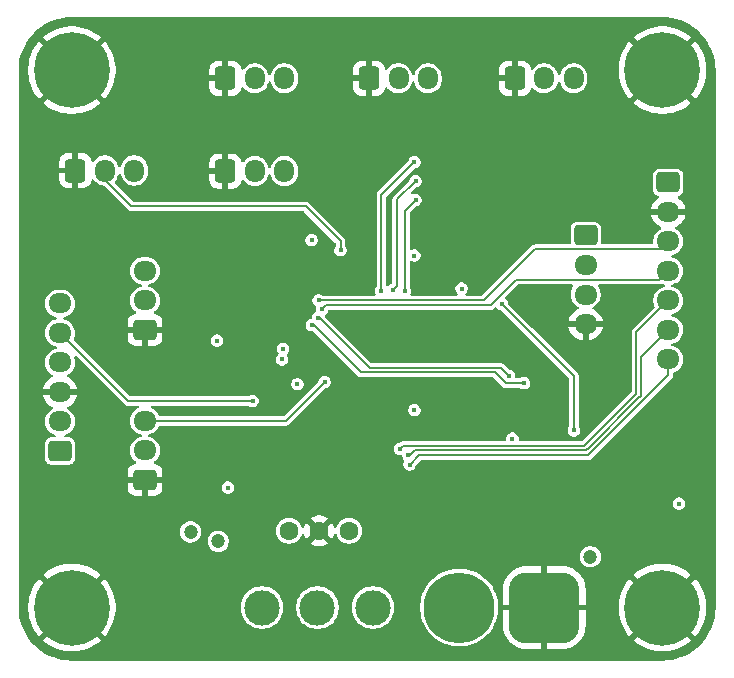
<source format=gbr>
%TF.GenerationSoftware,KiCad,Pcbnew,9.0.0-9.0.0-2~ubuntu22.04.1*%
%TF.CreationDate,2025-03-23T14:41:49+01:00*%
%TF.ProjectId,PCB_main_unit,5043425f-6d61-4696-9e5f-756e69742e6b,rev?*%
%TF.SameCoordinates,Original*%
%TF.FileFunction,Copper,L4,Bot*%
%TF.FilePolarity,Positive*%
%FSLAX46Y46*%
G04 Gerber Fmt 4.6, Leading zero omitted, Abs format (unit mm)*
G04 Created by KiCad (PCBNEW 9.0.0-9.0.0-2~ubuntu22.04.1) date 2025-03-23 14:41:49*
%MOMM*%
%LPD*%
G01*
G04 APERTURE LIST*
G04 Aperture macros list*
%AMRoundRect*
0 Rectangle with rounded corners*
0 $1 Rounding radius*
0 $2 $3 $4 $5 $6 $7 $8 $9 X,Y pos of 4 corners*
0 Add a 4 corners polygon primitive as box body*
4,1,4,$2,$3,$4,$5,$6,$7,$8,$9,$2,$3,0*
0 Add four circle primitives for the rounded corners*
1,1,$1+$1,$2,$3*
1,1,$1+$1,$4,$5*
1,1,$1+$1,$6,$7*
1,1,$1+$1,$8,$9*
0 Add four rect primitives between the rounded corners*
20,1,$1+$1,$2,$3,$4,$5,0*
20,1,$1+$1,$4,$5,$6,$7,0*
20,1,$1+$1,$6,$7,$8,$9,0*
20,1,$1+$1,$8,$9,$2,$3,0*%
G04 Aperture macros list end*
%TA.AperFunction,ComponentPad*%
%ADD10C,0.800000*%
%TD*%
%TA.AperFunction,ComponentPad*%
%ADD11C,6.400000*%
%TD*%
%TA.AperFunction,ComponentPad*%
%ADD12RoundRect,0.250000X-0.600000X-0.725000X0.600000X-0.725000X0.600000X0.725000X-0.600000X0.725000X0*%
%TD*%
%TA.AperFunction,ComponentPad*%
%ADD13O,1.700000X1.950000*%
%TD*%
%TA.AperFunction,ComponentPad*%
%ADD14RoundRect,0.250000X0.725000X-0.600000X0.725000X0.600000X-0.725000X0.600000X-0.725000X-0.600000X0*%
%TD*%
%TA.AperFunction,ComponentPad*%
%ADD15O,1.950000X1.700000*%
%TD*%
%TA.AperFunction,ComponentPad*%
%ADD16RoundRect,1.500000X1.500000X1.500000X-1.500000X1.500000X-1.500000X-1.500000X1.500000X-1.500000X0*%
%TD*%
%TA.AperFunction,ComponentPad*%
%ADD17C,6.000000*%
%TD*%
%TA.AperFunction,ComponentPad*%
%ADD18C,3.000000*%
%TD*%
%TA.AperFunction,ComponentPad*%
%ADD19RoundRect,0.250000X-0.725000X0.600000X-0.725000X-0.600000X0.725000X-0.600000X0.725000X0.600000X0*%
%TD*%
%TA.AperFunction,ComponentPad*%
%ADD20C,1.600000*%
%TD*%
%TA.AperFunction,ViaPad*%
%ADD21C,0.450000*%
%TD*%
%TA.AperFunction,ViaPad*%
%ADD22C,1.200000*%
%TD*%
%TA.AperFunction,Conductor*%
%ADD23C,0.200000*%
%TD*%
G04 APERTURE END LIST*
D10*
%TO.P,H2,1,1*%
%TO.N,GND*%
X170600000Y-132000000D03*
X171302944Y-130302944D03*
X171302944Y-133697056D03*
X173000000Y-129600000D03*
D11*
X173000000Y-132000000D03*
D10*
X173000000Y-134400000D03*
X174697056Y-130302944D03*
X174697056Y-133697056D03*
X175400000Y-132000000D03*
%TD*%
D12*
%TO.P,J1,1,Pin_1*%
%TO.N,GND*%
X160500000Y-87200000D03*
D13*
%TO.P,J1,2,Pin_2*%
%TO.N,+5V*%
X163000000Y-87200000D03*
%TO.P,J1,3,Pin_3*%
%TO.N,TIM1_CH1_DOOR1*%
X165500000Y-87200000D03*
%TD*%
D14*
%TO.P,J11,1,Pin_1*%
%TO.N,GND*%
X129200000Y-108500000D03*
D15*
%TO.P,J11,2,Pin_2*%
%TO.N,+5V*%
X129200000Y-106000000D03*
%TO.P,J11,3,Pin_3*%
%TO.N,TIM3_CH1_FOOD*%
X129200000Y-103500000D03*
%TD*%
D10*
%TO.P,H4,1,1*%
%TO.N,GND*%
X120600000Y-86500000D03*
X121302944Y-84802944D03*
X121302944Y-88197056D03*
X123000000Y-84100000D03*
D11*
X123000000Y-86500000D03*
D10*
X123000000Y-88900000D03*
X124697056Y-84802944D03*
X124697056Y-88197056D03*
X125400000Y-86500000D03*
%TD*%
D12*
%TO.P,J5,1,Pin_1*%
%TO.N,GND*%
X123300000Y-95000000D03*
D13*
%TO.P,J5,2,Pin_2*%
%TO.N,TIM2_CH2_LIGHT1*%
X125800000Y-95000000D03*
%TO.P,J5,3,Pin_3*%
%TO.N,+5V*%
X128300000Y-95000000D03*
%TD*%
D12*
%TO.P,J4,1,Pin_1*%
%TO.N,GND*%
X136000000Y-95050000D03*
D13*
%TO.P,J4,2,Pin_2*%
%TO.N,+5V*%
X138500000Y-95050000D03*
%TO.P,J4,3,Pin_3*%
%TO.N,TIM1_CH4_GARAGE*%
X141000000Y-95050000D03*
%TD*%
D14*
%TO.P,J10,1,Pin_1*%
%TO.N,GND*%
X129200000Y-121200000D03*
D15*
%TO.P,J10,2,Pin_2*%
%TO.N,+12V*%
X129200000Y-118700000D03*
%TO.P,J10,3,Pin_3*%
%TO.N,USART2_HD_XL430*%
X129200000Y-116200000D03*
%TD*%
D10*
%TO.P,H1,1,1*%
%TO.N,GND*%
X170600000Y-86500000D03*
X171302944Y-84802944D03*
X171302944Y-88197056D03*
X173000000Y-84100000D03*
D11*
X173000000Y-86500000D03*
D10*
X173000000Y-88900000D03*
X174697056Y-84802944D03*
X174697056Y-88197056D03*
X175400000Y-86500000D03*
%TD*%
D16*
%TO.P,J16,1,Pin_1*%
%TO.N,GND*%
X163000000Y-132000000D03*
D17*
%TO.P,J16,2,Pin_2*%
%TO.N,Net-(J16-Pin_2)*%
X155800000Y-132000000D03*
%TD*%
D14*
%TO.P,J9,1,Pin_1*%
%TO.N,unconnected-(J9-Pin_1-Pad1)*%
X122000000Y-118750000D03*
D15*
%TO.P,J9,2,Pin_2*%
%TO.N,+5V*%
X122000000Y-116250000D03*
%TO.P,J9,3,Pin_3*%
%TO.N,GND*%
X122000000Y-113750000D03*
%TO.P,J9,4,Pin_4*%
%TO.N,UART3_TX_HC05*%
X122000000Y-111250000D03*
%TO.P,J9,5,Pin_5*%
%TO.N,UART3_RX_HC05*%
X122000000Y-108750000D03*
%TO.P,J9,6,Pin_6*%
%TO.N,unconnected-(J9-Pin_6-Pad6)*%
X122000000Y-106250000D03*
%TD*%
D12*
%TO.P,J3,1,Pin_1*%
%TO.N,GND*%
X136000000Y-87200000D03*
D13*
%TO.P,J3,2,Pin_2*%
%TO.N,+5V*%
X138500000Y-87200000D03*
%TO.P,J3,3,Pin_3*%
%TO.N,TIM1_CH3_DOOR3*%
X141000000Y-87200000D03*
%TD*%
D10*
%TO.P,H3,1,1*%
%TO.N,GND*%
X120600000Y-132000000D03*
X121302944Y-130302944D03*
X121302944Y-133697056D03*
X123000000Y-129600000D03*
D11*
X123000000Y-132000000D03*
D10*
X123000000Y-134400000D03*
X124697056Y-130302944D03*
X124697056Y-133697056D03*
X125400000Y-132000000D03*
%TD*%
D18*
%TO.P,SW1,1,A*%
%TO.N,+12V*%
X139100000Y-132000000D03*
%TO.P,SW1,2,B*%
%TO.N,Net-(J16-Pin_2)*%
X143800000Y-132000000D03*
%TO.P,SW1,3,C*%
%TO.N,unconnected-(SW1-C-Pad3)*%
X148500000Y-132000000D03*
%TD*%
D19*
%TO.P,J13,1,Pin_1*%
%TO.N,+5V*%
X173500000Y-96000000D03*
D15*
%TO.P,J13,2,Pin_2*%
%TO.N,GND*%
X173500000Y-98500000D03*
%TO.P,J13,3,Pin_3*%
%TO.N,SPI1_SCK*%
X173500000Y-101000000D03*
%TO.P,J13,4,Pin_4*%
%TO.N,SPI1_MOSI*%
X173500000Y-103500000D03*
%TO.P,J13,5,Pin_5*%
%TO.N,SPI_CS*%
X173500000Y-106000000D03*
%TO.P,J13,6,Pin_6*%
%TO.N,SPI_RST*%
X173500000Y-108500000D03*
%TO.P,J13,7,Pin_7*%
%TO.N,SPI_DC*%
X173500000Y-111000000D03*
%TD*%
D12*
%TO.P,J2,1,Pin_1*%
%TO.N,GND*%
X148162500Y-87200000D03*
D13*
%TO.P,J2,2,Pin_2*%
%TO.N,+5V*%
X150662500Y-87200000D03*
%TO.P,J2,3,Pin_3*%
%TO.N,TIM1_CH2_DOOR2*%
X153162500Y-87200000D03*
%TD*%
D19*
%TO.P,J12,1,Pin_1*%
%TO.N,UART4_RX_MP3*%
X166500000Y-100500000D03*
D15*
%TO.P,J12,2,Pin_2*%
%TO.N,UART4_TX_MP3*%
X166500000Y-103000000D03*
%TO.P,J12,3,Pin_3*%
%TO.N,+5V*%
X166500000Y-105500000D03*
%TO.P,J12,4,Pin_4*%
%TO.N,GND*%
X166500000Y-108000000D03*
%TD*%
D20*
%TO.P,U1,1,VIN*%
%TO.N,+12V*%
X141400000Y-125500000D03*
%TO.P,U1,2,GND*%
%TO.N,GND*%
X143940000Y-125500000D03*
%TO.P,U1,3,VOUT*%
%TO.N,+5V*%
X146480000Y-125500000D03*
%TD*%
D21*
%TO.N,GND*%
X144400000Y-104400000D03*
X145950000Y-116250000D03*
X159300000Y-90700000D03*
X148950000Y-120000000D03*
X133700000Y-121400000D03*
X157750000Y-97500000D03*
X125900000Y-102100000D03*
X129650000Y-98950000D03*
X157050000Y-125650000D03*
X143650000Y-117750000D03*
X154950000Y-125050000D03*
X152150000Y-104900000D03*
X141000000Y-92250000D03*
X131000000Y-84300000D03*
X120550000Y-99250000D03*
X164100000Y-115550000D03*
X150250000Y-116050000D03*
X139650000Y-113450000D03*
X143333135Y-110293365D03*
X128650000Y-125200000D03*
X149800000Y-99600000D03*
X134100000Y-118650000D03*
X129500000Y-89000000D03*
X124400000Y-91800000D03*
X145250000Y-94250000D03*
X168700000Y-134050000D03*
X138400000Y-111000000D03*
X130500000Y-132000000D03*
X175750000Y-91750000D03*
X157200000Y-90200000D03*
X134250000Y-90700000D03*
X163300000Y-109200000D03*
X139900000Y-83400000D03*
X141450000Y-99550000D03*
X169300000Y-93700000D03*
X122000000Y-122500000D03*
X140250000Y-121850000D03*
X136350000Y-130250000D03*
X132100000Y-132050000D03*
X174300000Y-117650000D03*
X157600000Y-101300000D03*
X170000000Y-98700000D03*
X138650000Y-101450000D03*
X157750000Y-95900000D03*
X155100000Y-107050000D03*
X133200000Y-102450000D03*
X128250000Y-134300000D03*
X157800000Y-94300000D03*
X169500000Y-89250000D03*
X147750000Y-128050000D03*
X138300000Y-109800000D03*
X143350000Y-112100000D03*
X133300000Y-108400000D03*
X174350000Y-120200000D03*
X158200000Y-114300000D03*
X125700000Y-114200000D03*
X174350000Y-121450000D03*
X138200000Y-107900000D03*
X144675000Y-101900612D03*
X164900000Y-123750000D03*
X169400000Y-128100000D03*
X164450000Y-95450000D03*
X135950000Y-91600000D03*
X151050000Y-112900000D03*
X136000000Y-99250000D03*
X134550000Y-113550000D03*
X133800000Y-132050000D03*
X146862500Y-90700000D03*
D22*
%TO.N,+5V*%
X133050000Y-125600000D03*
X166900000Y-127700000D03*
D21*
%TO.N,+3.3V*%
X136200000Y-121850000D03*
X143300000Y-100900000D03*
X156000000Y-105000000D03*
X160300000Y-117700000D03*
X142100000Y-113100000D03*
X152000000Y-115300000D03*
X135300000Y-109400000D03*
X140800000Y-111000000D03*
X140900000Y-110100000D03*
X174400000Y-123200000D03*
X152000000Y-102200000D03*
%TO.N,NRST*%
X165500000Y-117000000D03*
X159400000Y-106300000D03*
%TO.N,TIM2_CH2_LIGHT1*%
X145750000Y-101750000D03*
%TO.N,UART3_RX_HC05*%
X138300000Y-114500000D03*
%TO.N,USART2_HD_XL430*%
X144400000Y-112900000D03*
D22*
%TO.N,+12V*%
X135400000Y-126400000D03*
D21*
%TO.N,SPI_CS*%
X150800000Y-118575000D03*
%TO.N,SPI_DC*%
X151600000Y-119900000D03*
%TO.N,SPI_RST*%
X151500000Y-119100000D03*
%TO.N,SPI1_MOSI*%
X144170022Y-106753052D03*
%TO.N,SPI1_SCK*%
X143900000Y-106000000D03*
%TO.N,UART1_DEBUG_RX*%
X161300000Y-113000000D03*
X143324389Y-108099999D03*
%TO.N,UART1_DEBUG_TX*%
X143821345Y-107473072D03*
X160000000Y-112400000D03*
%TO.N,LED3*%
X151200000Y-105200000D03*
X152100000Y-97500000D03*
%TO.N,LED2*%
X150200000Y-105100000D03*
X152100000Y-95900000D03*
%TO.N,LED1*%
X149200000Y-105200000D03*
X152000000Y-94300000D03*
%TD*%
D23*
%TO.N,NRST*%
X165500000Y-117000000D02*
X165500000Y-112400000D01*
X165500000Y-112400000D02*
X159400000Y-106300000D01*
%TO.N,SPI_DC*%
X151600000Y-119900000D02*
X152398000Y-119102000D01*
X152398000Y-119102000D02*
X166732200Y-119102000D01*
X166732200Y-119102000D02*
X173500000Y-112334200D01*
X173500000Y-112334200D02*
X173500000Y-111000000D01*
%TO.N,SPI_CS*%
X151075000Y-118300000D02*
X166400000Y-118300000D01*
X150800000Y-118575000D02*
X151075000Y-118300000D01*
X166400000Y-118300000D02*
X170800000Y-113900000D01*
X170800000Y-113900000D02*
X170800000Y-108700000D01*
X170800000Y-108700000D02*
X173500000Y-106000000D01*
%TO.N,SPI_RST*%
X151500000Y-119100000D02*
X151648529Y-119100000D01*
X166233900Y-118701000D02*
X166566100Y-118701000D01*
X151648529Y-119100000D02*
X152047529Y-118701000D01*
X152047529Y-118701000D02*
X166199000Y-118701000D01*
X171201000Y-114066100D02*
X171201000Y-113733900D01*
X171201000Y-113733900D02*
X171201000Y-110799000D01*
X166199000Y-118701000D02*
X166233900Y-118701000D01*
X166566100Y-118701000D02*
X166801000Y-118466100D01*
X166801000Y-118466100D02*
X170966100Y-114301000D01*
X170966100Y-114301000D02*
X171201000Y-114066100D01*
X171201000Y-110799000D02*
X173500000Y-108500000D01*
%TO.N,TIM2_CH2_LIGHT1*%
X125800000Y-95800000D02*
X125800000Y-95000000D01*
X142797240Y-98047240D02*
X128047240Y-98047240D01*
X128047240Y-98047240D02*
X125800000Y-95800000D01*
X145750000Y-101750000D02*
X145750000Y-101000000D01*
X145750000Y-101000000D02*
X142797240Y-98047240D01*
%TO.N,UART3_RX_HC05*%
X127750000Y-114500000D02*
X122000000Y-108750000D01*
X138300000Y-114500000D02*
X127750000Y-114500000D01*
%TO.N,USART2_HD_XL430*%
X141100000Y-116200000D02*
X129200000Y-116200000D01*
X144400000Y-112900000D02*
X141100000Y-116200000D01*
%TO.N,SPI1_MOSI*%
X144170022Y-106753052D02*
X144523074Y-106400000D01*
X172750000Y-104250000D02*
X173500000Y-103500000D01*
X144523074Y-106400000D02*
X158451471Y-106400000D01*
X158451471Y-106400000D02*
X160601471Y-104250000D01*
X160601471Y-104250000D02*
X172750000Y-104250000D01*
%TO.N,SPI1_SCK*%
X172850000Y-101650000D02*
X173500000Y-101000000D01*
X143900000Y-106000000D02*
X157900000Y-106000000D01*
X162250000Y-101650000D02*
X172850000Y-101650000D01*
X157900000Y-106000000D02*
X162250000Y-101650000D01*
%TO.N,UART1_DEBUG_RX*%
X158851471Y-112100000D02*
X159751471Y-113000000D01*
X143499999Y-108099999D02*
X147500000Y-112100000D01*
X143324389Y-108099999D02*
X143499999Y-108099999D01*
X159751471Y-113000000D02*
X161300000Y-113000000D01*
X147500000Y-112100000D02*
X158851471Y-112100000D01*
%TO.N,UART1_DEBUG_TX*%
X148231374Y-111700000D02*
X159300000Y-111700000D01*
X144004446Y-107473072D02*
X148231374Y-111700000D01*
X159300000Y-111700000D02*
X160000000Y-112400000D01*
X143821345Y-107473072D02*
X144004446Y-107473072D01*
%TO.N,LED3*%
X152100000Y-97500000D02*
X151200000Y-98400000D01*
X151200000Y-98400000D02*
X151200000Y-105200000D01*
%TO.N,LED2*%
X150200000Y-105100000D02*
X150550000Y-104750000D01*
X150550000Y-104750000D02*
X150550000Y-97450000D01*
X150550000Y-97450000D02*
X152100000Y-95900000D01*
%TO.N,LED1*%
X149200000Y-97100000D02*
X152000000Y-94300000D01*
X149200000Y-105200000D02*
X149200000Y-97100000D01*
%TD*%
%TA.AperFunction,Conductor*%
%TO.N,GND*%
G36*
X173002702Y-82000617D02*
G01*
X173386771Y-82017386D01*
X173397506Y-82018326D01*
X173775971Y-82068152D01*
X173786597Y-82070025D01*
X174159284Y-82152648D01*
X174169710Y-82155442D01*
X174533765Y-82270227D01*
X174543911Y-82273920D01*
X174896578Y-82420000D01*
X174906369Y-82424566D01*
X175244942Y-82600816D01*
X175254310Y-82606224D01*
X175576244Y-82811318D01*
X175585105Y-82817523D01*
X175887930Y-83049889D01*
X175896217Y-83056843D01*
X176177635Y-83314715D01*
X176185284Y-83322364D01*
X176443156Y-83603782D01*
X176450110Y-83612069D01*
X176682476Y-83914894D01*
X176688681Y-83923755D01*
X176893775Y-84245689D01*
X176899183Y-84255057D01*
X177075430Y-84593623D01*
X177080002Y-84603427D01*
X177226075Y-84956078D01*
X177229775Y-84966244D01*
X177344554Y-85330278D01*
X177347354Y-85340727D01*
X177429971Y-85713389D01*
X177431849Y-85724042D01*
X177481671Y-86102473D01*
X177482614Y-86113249D01*
X177499382Y-86497297D01*
X177499500Y-86502706D01*
X177499500Y-131997293D01*
X177499382Y-132002702D01*
X177482614Y-132386750D01*
X177481671Y-132397526D01*
X177431849Y-132775957D01*
X177429971Y-132786610D01*
X177347354Y-133159272D01*
X177344554Y-133169721D01*
X177229775Y-133533755D01*
X177226075Y-133543921D01*
X177080002Y-133896572D01*
X177075430Y-133906376D01*
X176899183Y-134244942D01*
X176893775Y-134254310D01*
X176688681Y-134576244D01*
X176682476Y-134585105D01*
X176450110Y-134887930D01*
X176443156Y-134896217D01*
X176185284Y-135177635D01*
X176177635Y-135185284D01*
X175896217Y-135443156D01*
X175887930Y-135450110D01*
X175585105Y-135682476D01*
X175576244Y-135688681D01*
X175254310Y-135893775D01*
X175244942Y-135899183D01*
X174906376Y-136075430D01*
X174896572Y-136080002D01*
X174543921Y-136226075D01*
X174533755Y-136229775D01*
X174169721Y-136344554D01*
X174159272Y-136347354D01*
X173786610Y-136429971D01*
X173775957Y-136431849D01*
X173397526Y-136481671D01*
X173386750Y-136482614D01*
X173002703Y-136499382D01*
X172997294Y-136499500D01*
X123002706Y-136499500D01*
X122997297Y-136499382D01*
X122613249Y-136482614D01*
X122602473Y-136481671D01*
X122224042Y-136431849D01*
X122213389Y-136429971D01*
X121840727Y-136347354D01*
X121830278Y-136344554D01*
X121466244Y-136229775D01*
X121456078Y-136226075D01*
X121103427Y-136080002D01*
X121093623Y-136075430D01*
X120755057Y-135899183D01*
X120745689Y-135893775D01*
X120423755Y-135688681D01*
X120414894Y-135682476D01*
X120112069Y-135450110D01*
X120103782Y-135443156D01*
X119822364Y-135185284D01*
X119814715Y-135177635D01*
X119556843Y-134896217D01*
X119549889Y-134887930D01*
X119493921Y-134814991D01*
X119317523Y-134585105D01*
X119311318Y-134576244D01*
X119106224Y-134254310D01*
X119100816Y-134244942D01*
X119083408Y-134211502D01*
X118924566Y-133906369D01*
X118919997Y-133896572D01*
X118773920Y-133543911D01*
X118770224Y-133533755D01*
X118655442Y-133169710D01*
X118652648Y-133159284D01*
X118570025Y-132786597D01*
X118568152Y-132775971D01*
X118518326Y-132397506D01*
X118517386Y-132386771D01*
X118500618Y-132002702D01*
X118500500Y-131997293D01*
X118500500Y-131818234D01*
X119300000Y-131818234D01*
X119300000Y-132181765D01*
X119335632Y-132543556D01*
X119406550Y-132900090D01*
X119406553Y-132900101D01*
X119512086Y-133247997D01*
X119651207Y-133583864D01*
X119651209Y-133583869D01*
X119822570Y-133904462D01*
X119822581Y-133904480D01*
X120024551Y-134206750D01*
X120211678Y-134434765D01*
X120211679Y-134434766D01*
X121705747Y-132940697D01*
X121779588Y-133042330D01*
X121957670Y-133220412D01*
X122059301Y-133294251D01*
X120565232Y-134788319D01*
X120565233Y-134788320D01*
X120793249Y-134975448D01*
X121095519Y-135177418D01*
X121095537Y-135177429D01*
X121416130Y-135348790D01*
X121416135Y-135348792D01*
X121752002Y-135487913D01*
X122099898Y-135593446D01*
X122099909Y-135593449D01*
X122456443Y-135664367D01*
X122818234Y-135700000D01*
X123181766Y-135700000D01*
X123543556Y-135664367D01*
X123900090Y-135593449D01*
X123900101Y-135593446D01*
X124247997Y-135487913D01*
X124583864Y-135348792D01*
X124583869Y-135348790D01*
X124904462Y-135177429D01*
X124904480Y-135177418D01*
X125206736Y-134975457D01*
X125206750Y-134975447D01*
X125434765Y-134788320D01*
X125434766Y-134788319D01*
X123940698Y-133294251D01*
X124042330Y-133220412D01*
X124220412Y-133042330D01*
X124294251Y-132940698D01*
X125788319Y-134434766D01*
X125788320Y-134434765D01*
X125975447Y-134206750D01*
X125975457Y-134206736D01*
X126177418Y-133904480D01*
X126177429Y-133904462D01*
X126348790Y-133583869D01*
X126348792Y-133583864D01*
X126487913Y-133247997D01*
X126593446Y-132900101D01*
X126593449Y-132900090D01*
X126664367Y-132543556D01*
X126700000Y-132181765D01*
X126700000Y-131881995D01*
X137299500Y-131881995D01*
X137299500Y-132118004D01*
X137299501Y-132118020D01*
X137330306Y-132352010D01*
X137391394Y-132579993D01*
X137481714Y-132798045D01*
X137481719Y-132798056D01*
X137505118Y-132838583D01*
X137599727Y-133002450D01*
X137599729Y-133002453D01*
X137599730Y-133002454D01*
X137743406Y-133189697D01*
X137743412Y-133189704D01*
X137910295Y-133356587D01*
X137910302Y-133356593D01*
X137983614Y-133412847D01*
X138097550Y-133500273D01*
X138220808Y-133571436D01*
X138301943Y-133618280D01*
X138301948Y-133618282D01*
X138301951Y-133618284D01*
X138520007Y-133708606D01*
X138747986Y-133769693D01*
X138981989Y-133800500D01*
X138981996Y-133800500D01*
X139218004Y-133800500D01*
X139218011Y-133800500D01*
X139452014Y-133769693D01*
X139679993Y-133708606D01*
X139898049Y-133618284D01*
X140102450Y-133500273D01*
X140289699Y-133356592D01*
X140456592Y-133189699D01*
X140600273Y-133002450D01*
X140718284Y-132798049D01*
X140808606Y-132579993D01*
X140869693Y-132352014D01*
X140900500Y-132118011D01*
X140900500Y-131881995D01*
X141999500Y-131881995D01*
X141999500Y-132118004D01*
X141999501Y-132118020D01*
X142030306Y-132352010D01*
X142091394Y-132579993D01*
X142181714Y-132798045D01*
X142181719Y-132798056D01*
X142205118Y-132838583D01*
X142299727Y-133002450D01*
X142299729Y-133002453D01*
X142299730Y-133002454D01*
X142443406Y-133189697D01*
X142443412Y-133189704D01*
X142610295Y-133356587D01*
X142610302Y-133356593D01*
X142683614Y-133412847D01*
X142797550Y-133500273D01*
X142920808Y-133571436D01*
X143001943Y-133618280D01*
X143001948Y-133618282D01*
X143001951Y-133618284D01*
X143220007Y-133708606D01*
X143447986Y-133769693D01*
X143681989Y-133800500D01*
X143681996Y-133800500D01*
X143918004Y-133800500D01*
X143918011Y-133800500D01*
X144152014Y-133769693D01*
X144379993Y-133708606D01*
X144598049Y-133618284D01*
X144802450Y-133500273D01*
X144989699Y-133356592D01*
X145156592Y-133189699D01*
X145300273Y-133002450D01*
X145418284Y-132798049D01*
X145508606Y-132579993D01*
X145569693Y-132352014D01*
X145600500Y-132118011D01*
X145600500Y-131881995D01*
X146699500Y-131881995D01*
X146699500Y-132118004D01*
X146699501Y-132118020D01*
X146730306Y-132352010D01*
X146791394Y-132579993D01*
X146881714Y-132798045D01*
X146881719Y-132798056D01*
X146905118Y-132838583D01*
X146999727Y-133002450D01*
X146999729Y-133002453D01*
X146999730Y-133002454D01*
X147143406Y-133189697D01*
X147143412Y-133189704D01*
X147310295Y-133356587D01*
X147310302Y-133356593D01*
X147383614Y-133412847D01*
X147497550Y-133500273D01*
X147620808Y-133571436D01*
X147701943Y-133618280D01*
X147701948Y-133618282D01*
X147701951Y-133618284D01*
X147920007Y-133708606D01*
X148147986Y-133769693D01*
X148381989Y-133800500D01*
X148381996Y-133800500D01*
X148618004Y-133800500D01*
X148618011Y-133800500D01*
X148852014Y-133769693D01*
X149079993Y-133708606D01*
X149298049Y-133618284D01*
X149502450Y-133500273D01*
X149689699Y-133356592D01*
X149856592Y-133189699D01*
X150000273Y-133002450D01*
X150118284Y-132798049D01*
X150208606Y-132579993D01*
X150269693Y-132352014D01*
X150300500Y-132118011D01*
X150300500Y-131881989D01*
X150294690Y-131837857D01*
X152499500Y-131837857D01*
X152499500Y-132162143D01*
X152508153Y-132250000D01*
X152531284Y-132484857D01*
X152531287Y-132484874D01*
X152594545Y-132802902D01*
X152594548Y-132802913D01*
X152688686Y-133113247D01*
X152812786Y-133412849D01*
X152812788Y-133412854D01*
X152965646Y-133698830D01*
X152965657Y-133698848D01*
X153145811Y-133968467D01*
X153145821Y-133968481D01*
X153351546Y-134219158D01*
X153580841Y-134448453D01*
X153580846Y-134448457D01*
X153580847Y-134448458D01*
X153831524Y-134654183D01*
X154101158Y-134834347D01*
X154101167Y-134834352D01*
X154101169Y-134834353D01*
X154387145Y-134987211D01*
X154387147Y-134987211D01*
X154387153Y-134987215D01*
X154686754Y-135111314D01*
X154997077Y-135205449D01*
X154997083Y-135205450D01*
X154997086Y-135205451D01*
X154997097Y-135205454D01*
X155196528Y-135245122D01*
X155315132Y-135268714D01*
X155637857Y-135300500D01*
X155637860Y-135300500D01*
X155962140Y-135300500D01*
X155962143Y-135300500D01*
X156284868Y-135268714D01*
X156442295Y-135237399D01*
X156602902Y-135205454D01*
X156602913Y-135205451D01*
X156602913Y-135205450D01*
X156602923Y-135205449D01*
X156913246Y-135111314D01*
X157212847Y-134987215D01*
X157498842Y-134834347D01*
X157768476Y-134654183D01*
X158019153Y-134448458D01*
X158248458Y-134219153D01*
X158454183Y-133968476D01*
X158634347Y-133698842D01*
X158787215Y-133412847D01*
X158911314Y-133113246D01*
X159005449Y-132802923D01*
X159005451Y-132802913D01*
X159005454Y-132802902D01*
X159057040Y-132543556D01*
X159068714Y-132484868D01*
X159100500Y-132162143D01*
X159100500Y-131837857D01*
X159068714Y-131515132D01*
X159042991Y-131385813D01*
X159005454Y-131197097D01*
X159005451Y-131197086D01*
X159005450Y-131197083D01*
X159005449Y-131197077D01*
X158911314Y-130886754D01*
X158787215Y-130587153D01*
X158787211Y-130587145D01*
X158732509Y-130484805D01*
X158702447Y-130428563D01*
X159500000Y-130428563D01*
X159500000Y-131750000D01*
X160763498Y-131750000D01*
X160750000Y-131852527D01*
X160750000Y-132147473D01*
X160763498Y-132250000D01*
X159500000Y-132250000D01*
X159500000Y-133571436D01*
X159515300Y-133785362D01*
X159576109Y-134064895D01*
X159676091Y-134332958D01*
X159813191Y-134584038D01*
X159813192Y-134584039D01*
X159984639Y-134813065D01*
X159984649Y-134813077D01*
X160186922Y-135015350D01*
X160186934Y-135015360D01*
X160415960Y-135186807D01*
X160415961Y-135186808D01*
X160667042Y-135323908D01*
X160667041Y-135323908D01*
X160935104Y-135423890D01*
X161214637Y-135484699D01*
X161428563Y-135499999D01*
X161428566Y-135500000D01*
X162750000Y-135500000D01*
X162750000Y-134236502D01*
X162852527Y-134250000D01*
X163147473Y-134250000D01*
X163250000Y-134236502D01*
X163250000Y-135500000D01*
X164571434Y-135500000D01*
X164571436Y-135499999D01*
X164785362Y-135484699D01*
X165064895Y-135423890D01*
X165332958Y-135323908D01*
X165584038Y-135186808D01*
X165584039Y-135186807D01*
X165813065Y-135015360D01*
X165813077Y-135015350D01*
X166015350Y-134813077D01*
X166015366Y-134813059D01*
X166126056Y-134665195D01*
X166126056Y-134665194D01*
X166186807Y-134584039D01*
X166186808Y-134584038D01*
X166323908Y-134332958D01*
X166423890Y-134064895D01*
X166484699Y-133785362D01*
X166499999Y-133571436D01*
X166500000Y-133571434D01*
X166500000Y-132250000D01*
X165236502Y-132250000D01*
X165250000Y-132147473D01*
X165250000Y-131852527D01*
X165245485Y-131818234D01*
X169300000Y-131818234D01*
X169300000Y-132181765D01*
X169335632Y-132543556D01*
X169406550Y-132900090D01*
X169406553Y-132900101D01*
X169512086Y-133247997D01*
X169651207Y-133583864D01*
X169651209Y-133583869D01*
X169822570Y-133904462D01*
X169822581Y-133904480D01*
X170024551Y-134206750D01*
X170211678Y-134434765D01*
X170211679Y-134434766D01*
X171705747Y-132940697D01*
X171779588Y-133042330D01*
X171957670Y-133220412D01*
X172059301Y-133294251D01*
X170565232Y-134788319D01*
X170565233Y-134788320D01*
X170793249Y-134975448D01*
X171095519Y-135177418D01*
X171095537Y-135177429D01*
X171416130Y-135348790D01*
X171416135Y-135348792D01*
X171752002Y-135487913D01*
X172099898Y-135593446D01*
X172099909Y-135593449D01*
X172456443Y-135664367D01*
X172818234Y-135700000D01*
X173181766Y-135700000D01*
X173543556Y-135664367D01*
X173900090Y-135593449D01*
X173900101Y-135593446D01*
X174247997Y-135487913D01*
X174583864Y-135348792D01*
X174583869Y-135348790D01*
X174904462Y-135177429D01*
X174904480Y-135177418D01*
X175206736Y-134975457D01*
X175206750Y-134975447D01*
X175434765Y-134788320D01*
X175434766Y-134788319D01*
X173940698Y-133294251D01*
X174042330Y-133220412D01*
X174220412Y-133042330D01*
X174294251Y-132940698D01*
X175788319Y-134434766D01*
X175788320Y-134434765D01*
X175975447Y-134206750D01*
X175975457Y-134206736D01*
X176177418Y-133904480D01*
X176177429Y-133904462D01*
X176348790Y-133583869D01*
X176348792Y-133583864D01*
X176487913Y-133247997D01*
X176593446Y-132900101D01*
X176593449Y-132900090D01*
X176664367Y-132543556D01*
X176700000Y-132181765D01*
X176700000Y-131818234D01*
X176664367Y-131456443D01*
X176593449Y-131099909D01*
X176593446Y-131099898D01*
X176487913Y-130752002D01*
X176348792Y-130416135D01*
X176348790Y-130416130D01*
X176177429Y-130095537D01*
X176177418Y-130095519D01*
X175975448Y-129793249D01*
X175788320Y-129565233D01*
X175788319Y-129565232D01*
X174294251Y-131059300D01*
X174220412Y-130957670D01*
X174042330Y-130779588D01*
X173940698Y-130705748D01*
X175434766Y-129211679D01*
X175434765Y-129211678D01*
X175206750Y-129024551D01*
X174904480Y-128822581D01*
X174904462Y-128822570D01*
X174583869Y-128651209D01*
X174583864Y-128651207D01*
X174247997Y-128512086D01*
X173900101Y-128406553D01*
X173900090Y-128406550D01*
X173543556Y-128335632D01*
X173181766Y-128300000D01*
X172818234Y-128300000D01*
X172456443Y-128335632D01*
X172099909Y-128406550D01*
X172099898Y-128406553D01*
X171752002Y-128512086D01*
X171416135Y-128651207D01*
X171416130Y-128651209D01*
X171095537Y-128822570D01*
X171095519Y-128822581D01*
X170793258Y-129024545D01*
X170793254Y-129024548D01*
X170565233Y-129211679D01*
X170565233Y-129211680D01*
X172059301Y-130705748D01*
X171957670Y-130779588D01*
X171779588Y-130957670D01*
X171705748Y-131059301D01*
X170211680Y-129565233D01*
X170211679Y-129565233D01*
X170024548Y-129793254D01*
X170024545Y-129793258D01*
X169822581Y-130095519D01*
X169822570Y-130095537D01*
X169651209Y-130416130D01*
X169651207Y-130416135D01*
X169512086Y-130752002D01*
X169406553Y-131099898D01*
X169406550Y-131099909D01*
X169335632Y-131456443D01*
X169300000Y-131818234D01*
X165245485Y-131818234D01*
X165236502Y-131750000D01*
X166500000Y-131750000D01*
X166500000Y-130428566D01*
X166499999Y-130428563D01*
X166484699Y-130214637D01*
X166423890Y-129935104D01*
X166323908Y-129667041D01*
X166186808Y-129415961D01*
X166186803Y-129415953D01*
X166126058Y-129334807D01*
X166126056Y-129334805D01*
X166015360Y-129186934D01*
X166015350Y-129186922D01*
X165813077Y-128984649D01*
X165813065Y-128984639D01*
X165584039Y-128813192D01*
X165584038Y-128813191D01*
X165332957Y-128676091D01*
X165332958Y-128676091D01*
X165064895Y-128576109D01*
X164785362Y-128515300D01*
X164571436Y-128500000D01*
X163250000Y-128500000D01*
X163250000Y-129763497D01*
X163147473Y-129750000D01*
X162852527Y-129750000D01*
X162750000Y-129763497D01*
X162750000Y-128500000D01*
X161428563Y-128500000D01*
X161214637Y-128515300D01*
X160935104Y-128576109D01*
X160667041Y-128676091D01*
X160415961Y-128813191D01*
X160415960Y-128813192D01*
X160186934Y-128984639D01*
X160186922Y-128984649D01*
X159984649Y-129186922D01*
X159984639Y-129186934D01*
X159813192Y-129415960D01*
X159813191Y-129415961D01*
X159676091Y-129667041D01*
X159576109Y-129935104D01*
X159515300Y-130214637D01*
X159500000Y-130428563D01*
X158702447Y-130428563D01*
X158634353Y-130301169D01*
X158634352Y-130301167D01*
X158634347Y-130301158D01*
X158454183Y-130031524D01*
X158248458Y-129780847D01*
X158248457Y-129780846D01*
X158248453Y-129780841D01*
X158019158Y-129551546D01*
X157768481Y-129345821D01*
X157768480Y-129345820D01*
X157768476Y-129345817D01*
X157498842Y-129165653D01*
X157498837Y-129165650D01*
X157498830Y-129165646D01*
X157212854Y-129012788D01*
X157212849Y-129012786D01*
X156913247Y-128888686D01*
X156602913Y-128794548D01*
X156602902Y-128794545D01*
X156284874Y-128731287D01*
X156284857Y-128731284D01*
X156040812Y-128707248D01*
X155962143Y-128699500D01*
X155637857Y-128699500D01*
X155565099Y-128706666D01*
X155315142Y-128731284D01*
X155315125Y-128731287D01*
X154997097Y-128794545D01*
X154997086Y-128794548D01*
X154686752Y-128888686D01*
X154387150Y-129012786D01*
X154387145Y-129012788D01*
X154101169Y-129165646D01*
X154101151Y-129165657D01*
X153831532Y-129345811D01*
X153831518Y-129345821D01*
X153580841Y-129551546D01*
X153351546Y-129780841D01*
X153145821Y-130031518D01*
X153145811Y-130031532D01*
X152965657Y-130301151D01*
X152965646Y-130301169D01*
X152812788Y-130587145D01*
X152812786Y-130587150D01*
X152688686Y-130886752D01*
X152594548Y-131197086D01*
X152594545Y-131197097D01*
X152531287Y-131515125D01*
X152531284Y-131515142D01*
X152508153Y-131750000D01*
X152499500Y-131837857D01*
X150294690Y-131837857D01*
X150269693Y-131647986D01*
X150208606Y-131420007D01*
X150118284Y-131201951D01*
X150118282Y-131201948D01*
X150118280Y-131201943D01*
X150059370Y-131099909D01*
X150000273Y-130997550D01*
X149856592Y-130810301D01*
X149856587Y-130810295D01*
X149689704Y-130643412D01*
X149689697Y-130643406D01*
X149502454Y-130499730D01*
X149502453Y-130499729D01*
X149502450Y-130499727D01*
X149420957Y-130452677D01*
X149298056Y-130381719D01*
X149298045Y-130381714D01*
X149079993Y-130291394D01*
X148852010Y-130230306D01*
X148618020Y-130199501D01*
X148618017Y-130199500D01*
X148618011Y-130199500D01*
X148381989Y-130199500D01*
X148381983Y-130199500D01*
X148381979Y-130199501D01*
X148147989Y-130230306D01*
X147920006Y-130291394D01*
X147701954Y-130381714D01*
X147701943Y-130381719D01*
X147497545Y-130499730D01*
X147310302Y-130643406D01*
X147310295Y-130643412D01*
X147143412Y-130810295D01*
X147143406Y-130810302D01*
X146999730Y-130997545D01*
X146881719Y-131201943D01*
X146881714Y-131201954D01*
X146791394Y-131420006D01*
X146730306Y-131647989D01*
X146699501Y-131881979D01*
X146699500Y-131881995D01*
X145600500Y-131881995D01*
X145600500Y-131881989D01*
X145569693Y-131647986D01*
X145508606Y-131420007D01*
X145418284Y-131201951D01*
X145418282Y-131201948D01*
X145418280Y-131201943D01*
X145359370Y-131099909D01*
X145300273Y-130997550D01*
X145156592Y-130810301D01*
X145156587Y-130810295D01*
X144989704Y-130643412D01*
X144989697Y-130643406D01*
X144802454Y-130499730D01*
X144802453Y-130499729D01*
X144802450Y-130499727D01*
X144720957Y-130452677D01*
X144598056Y-130381719D01*
X144598045Y-130381714D01*
X144379993Y-130291394D01*
X144152010Y-130230306D01*
X143918020Y-130199501D01*
X143918017Y-130199500D01*
X143918011Y-130199500D01*
X143681989Y-130199500D01*
X143681983Y-130199500D01*
X143681979Y-130199501D01*
X143447989Y-130230306D01*
X143220006Y-130291394D01*
X143001954Y-130381714D01*
X143001943Y-130381719D01*
X142797545Y-130499730D01*
X142610302Y-130643406D01*
X142610295Y-130643412D01*
X142443412Y-130810295D01*
X142443406Y-130810302D01*
X142299730Y-130997545D01*
X142181719Y-131201943D01*
X142181714Y-131201954D01*
X142091394Y-131420006D01*
X142030306Y-131647989D01*
X141999501Y-131881979D01*
X141999500Y-131881995D01*
X140900500Y-131881995D01*
X140900500Y-131881989D01*
X140869693Y-131647986D01*
X140808606Y-131420007D01*
X140718284Y-131201951D01*
X140718282Y-131201948D01*
X140718280Y-131201943D01*
X140659370Y-131099909D01*
X140600273Y-130997550D01*
X140456592Y-130810301D01*
X140456587Y-130810295D01*
X140289704Y-130643412D01*
X140289697Y-130643406D01*
X140102454Y-130499730D01*
X140102453Y-130499729D01*
X140102450Y-130499727D01*
X140020957Y-130452677D01*
X139898056Y-130381719D01*
X139898045Y-130381714D01*
X139679993Y-130291394D01*
X139452010Y-130230306D01*
X139218020Y-130199501D01*
X139218017Y-130199500D01*
X139218011Y-130199500D01*
X138981989Y-130199500D01*
X138981983Y-130199500D01*
X138981979Y-130199501D01*
X138747989Y-130230306D01*
X138520006Y-130291394D01*
X138301954Y-130381714D01*
X138301943Y-130381719D01*
X138097545Y-130499730D01*
X137910302Y-130643406D01*
X137910295Y-130643412D01*
X137743412Y-130810295D01*
X137743406Y-130810302D01*
X137599730Y-130997545D01*
X137481719Y-131201943D01*
X137481714Y-131201954D01*
X137391394Y-131420006D01*
X137330306Y-131647989D01*
X137299501Y-131881979D01*
X137299500Y-131881995D01*
X126700000Y-131881995D01*
X126700000Y-131818234D01*
X126664367Y-131456443D01*
X126593449Y-131099909D01*
X126593446Y-131099898D01*
X126487913Y-130752002D01*
X126348792Y-130416135D01*
X126348790Y-130416130D01*
X126177429Y-130095537D01*
X126177418Y-130095519D01*
X125975448Y-129793249D01*
X125788320Y-129565233D01*
X125788319Y-129565232D01*
X124294251Y-131059300D01*
X124220412Y-130957670D01*
X124042330Y-130779588D01*
X123940698Y-130705748D01*
X125434766Y-129211679D01*
X125434765Y-129211678D01*
X125206750Y-129024551D01*
X124904480Y-128822581D01*
X124904462Y-128822570D01*
X124583869Y-128651209D01*
X124583864Y-128651207D01*
X124247997Y-128512086D01*
X123900101Y-128406553D01*
X123900090Y-128406550D01*
X123543556Y-128335632D01*
X123181766Y-128300000D01*
X122818234Y-128300000D01*
X122456443Y-128335632D01*
X122099909Y-128406550D01*
X122099898Y-128406553D01*
X121752002Y-128512086D01*
X121416135Y-128651207D01*
X121416130Y-128651209D01*
X121095537Y-128822570D01*
X121095519Y-128822581D01*
X120793258Y-129024545D01*
X120793254Y-129024548D01*
X120565233Y-129211679D01*
X120565233Y-129211680D01*
X122059301Y-130705748D01*
X121957670Y-130779588D01*
X121779588Y-130957670D01*
X121705748Y-131059301D01*
X120211680Y-129565233D01*
X120211679Y-129565233D01*
X120024548Y-129793254D01*
X120024545Y-129793258D01*
X119822581Y-130095519D01*
X119822570Y-130095537D01*
X119651209Y-130416130D01*
X119651207Y-130416135D01*
X119512086Y-130752002D01*
X119406553Y-131099898D01*
X119406550Y-131099909D01*
X119335632Y-131456443D01*
X119300000Y-131818234D01*
X118500500Y-131818234D01*
X118500500Y-127611304D01*
X165999500Y-127611304D01*
X165999500Y-127788695D01*
X166034103Y-127962658D01*
X166034106Y-127962667D01*
X166101983Y-128126540D01*
X166101990Y-128126553D01*
X166200535Y-128274034D01*
X166200538Y-128274038D01*
X166325961Y-128399461D01*
X166325965Y-128399464D01*
X166473446Y-128498009D01*
X166473459Y-128498016D01*
X166596363Y-128548923D01*
X166637334Y-128565894D01*
X166637336Y-128565894D01*
X166637341Y-128565896D01*
X166811304Y-128600499D01*
X166811307Y-128600500D01*
X166811309Y-128600500D01*
X166988693Y-128600500D01*
X166988694Y-128600499D01*
X167046682Y-128588964D01*
X167162658Y-128565896D01*
X167162661Y-128565894D01*
X167162666Y-128565894D01*
X167326547Y-128498013D01*
X167474035Y-128399464D01*
X167599464Y-128274035D01*
X167698013Y-128126547D01*
X167765894Y-127962666D01*
X167800500Y-127788691D01*
X167800500Y-127611309D01*
X167800500Y-127611306D01*
X167800499Y-127611304D01*
X167765896Y-127437341D01*
X167765893Y-127437332D01*
X167698016Y-127273459D01*
X167698009Y-127273446D01*
X167599464Y-127125965D01*
X167599461Y-127125961D01*
X167474038Y-127000538D01*
X167474034Y-127000535D01*
X167326553Y-126901990D01*
X167326540Y-126901983D01*
X167162667Y-126834106D01*
X167162658Y-126834103D01*
X166988694Y-126799500D01*
X166988691Y-126799500D01*
X166811309Y-126799500D01*
X166811306Y-126799500D01*
X166637341Y-126834103D01*
X166637332Y-126834106D01*
X166473459Y-126901983D01*
X166473446Y-126901990D01*
X166325965Y-127000535D01*
X166325961Y-127000538D01*
X166200538Y-127125961D01*
X166200535Y-127125965D01*
X166101990Y-127273446D01*
X166101983Y-127273459D01*
X166034106Y-127437332D01*
X166034103Y-127437341D01*
X165999500Y-127611304D01*
X118500500Y-127611304D01*
X118500500Y-125511304D01*
X132149500Y-125511304D01*
X132149500Y-125688695D01*
X132184103Y-125862658D01*
X132184106Y-125862667D01*
X132251983Y-126026540D01*
X132251990Y-126026553D01*
X132350535Y-126174034D01*
X132350538Y-126174038D01*
X132475961Y-126299461D01*
X132475965Y-126299464D01*
X132623446Y-126398009D01*
X132623459Y-126398016D01*
X132727794Y-126441232D01*
X132787334Y-126465894D01*
X132787336Y-126465894D01*
X132787341Y-126465896D01*
X132961304Y-126500499D01*
X132961307Y-126500500D01*
X132961309Y-126500500D01*
X133138693Y-126500500D01*
X133138694Y-126500499D01*
X133198058Y-126488691D01*
X133312658Y-126465896D01*
X133312661Y-126465894D01*
X133312666Y-126465894D01*
X133476547Y-126398013D01*
X133606315Y-126311304D01*
X134499500Y-126311304D01*
X134499500Y-126488695D01*
X134534103Y-126662658D01*
X134534106Y-126662667D01*
X134601983Y-126826540D01*
X134601990Y-126826553D01*
X134700535Y-126974034D01*
X134700538Y-126974038D01*
X134825961Y-127099461D01*
X134825965Y-127099464D01*
X134973446Y-127198009D01*
X134973459Y-127198016D01*
X135096363Y-127248923D01*
X135137334Y-127265894D01*
X135137336Y-127265894D01*
X135137341Y-127265896D01*
X135311304Y-127300499D01*
X135311307Y-127300500D01*
X135311309Y-127300500D01*
X135488693Y-127300500D01*
X135488694Y-127300499D01*
X135546682Y-127288964D01*
X135662658Y-127265896D01*
X135662661Y-127265894D01*
X135662666Y-127265894D01*
X135826547Y-127198013D01*
X135974035Y-127099464D01*
X136099464Y-126974035D01*
X136198013Y-126826547D01*
X136265894Y-126662666D01*
X136300500Y-126488691D01*
X136300500Y-126311309D01*
X136300500Y-126311306D01*
X136300499Y-126311304D01*
X136265896Y-126137341D01*
X136265893Y-126137332D01*
X136198016Y-125973459D01*
X136198009Y-125973446D01*
X136099464Y-125825965D01*
X136099461Y-125825961D01*
X135974038Y-125700538D01*
X135974034Y-125700535D01*
X135826553Y-125601990D01*
X135826540Y-125601983D01*
X135662667Y-125534106D01*
X135662658Y-125534103D01*
X135642700Y-125530134D01*
X135488694Y-125499500D01*
X135488691Y-125499500D01*
X135311309Y-125499500D01*
X135311306Y-125499500D01*
X135137341Y-125534103D01*
X135137332Y-125534106D01*
X134973459Y-125601983D01*
X134973446Y-125601990D01*
X134825965Y-125700535D01*
X134825961Y-125700538D01*
X134700538Y-125825961D01*
X134700535Y-125825965D01*
X134601990Y-125973446D01*
X134601983Y-125973459D01*
X134534106Y-126137332D01*
X134534103Y-126137341D01*
X134499500Y-126311304D01*
X133606315Y-126311304D01*
X133624035Y-126299464D01*
X133624038Y-126299461D01*
X133705964Y-126217536D01*
X133749461Y-126174038D01*
X133749464Y-126174035D01*
X133848013Y-126026547D01*
X133915894Y-125862666D01*
X133923195Y-125825965D01*
X133950499Y-125688695D01*
X133950500Y-125688693D01*
X133950500Y-125511306D01*
X133950499Y-125511304D01*
X133931023Y-125413389D01*
X140299500Y-125413389D01*
X140299500Y-125586610D01*
X140325934Y-125753512D01*
X140326598Y-125757701D01*
X140380127Y-125922445D01*
X140458768Y-126076788D01*
X140560586Y-126216928D01*
X140683072Y-126339414D01*
X140823212Y-126441232D01*
X140977555Y-126519873D01*
X141142299Y-126573402D01*
X141313389Y-126600500D01*
X141313390Y-126600500D01*
X141486610Y-126600500D01*
X141486611Y-126600500D01*
X141657701Y-126573402D01*
X141822445Y-126519873D01*
X141976788Y-126441232D01*
X142116928Y-126339414D01*
X142239414Y-126216928D01*
X142341232Y-126076788D01*
X142419873Y-125922445D01*
X142447186Y-125838384D01*
X142486622Y-125780711D01*
X142550981Y-125753512D01*
X142619827Y-125765427D01*
X142671303Y-125812671D01*
X142683047Y-125838385D01*
X142735244Y-125999031D01*
X142828141Y-126181350D01*
X142828147Y-126181359D01*
X142860523Y-126225921D01*
X142860524Y-126225922D01*
X143457037Y-125629409D01*
X143474075Y-125692993D01*
X143539901Y-125807007D01*
X143632993Y-125900099D01*
X143747007Y-125965925D01*
X143810590Y-125982962D01*
X143214076Y-126579474D01*
X143258650Y-126611859D01*
X143440968Y-126704755D01*
X143635582Y-126767990D01*
X143837683Y-126800000D01*
X144042317Y-126800000D01*
X144244417Y-126767990D01*
X144439031Y-126704755D01*
X144621349Y-126611859D01*
X144665921Y-126579474D01*
X144069409Y-125982962D01*
X144132993Y-125965925D01*
X144247007Y-125900099D01*
X144340099Y-125807007D01*
X144405925Y-125692993D01*
X144422962Y-125629410D01*
X145019474Y-126225922D01*
X145019474Y-126225921D01*
X145051859Y-126181349D01*
X145144755Y-125999029D01*
X145196952Y-125838386D01*
X145236389Y-125780710D01*
X145300748Y-125753512D01*
X145369594Y-125765427D01*
X145421070Y-125812671D01*
X145432814Y-125838385D01*
X145460128Y-125922449D01*
X145513169Y-126026547D01*
X145538768Y-126076788D01*
X145640586Y-126216928D01*
X145763072Y-126339414D01*
X145903212Y-126441232D01*
X146057555Y-126519873D01*
X146222299Y-126573402D01*
X146393389Y-126600500D01*
X146393390Y-126600500D01*
X146566610Y-126600500D01*
X146566611Y-126600500D01*
X146737701Y-126573402D01*
X146902445Y-126519873D01*
X147056788Y-126441232D01*
X147196928Y-126339414D01*
X147319414Y-126216928D01*
X147421232Y-126076788D01*
X147499873Y-125922445D01*
X147553402Y-125757701D01*
X147580500Y-125586611D01*
X147580500Y-125413389D01*
X147553402Y-125242299D01*
X147499873Y-125077555D01*
X147421232Y-124923212D01*
X147319414Y-124783072D01*
X147196928Y-124660586D01*
X147056788Y-124558768D01*
X146902445Y-124480127D01*
X146737701Y-124426598D01*
X146737699Y-124426597D01*
X146737698Y-124426597D01*
X146606271Y-124405781D01*
X146566611Y-124399500D01*
X146393389Y-124399500D01*
X146353728Y-124405781D01*
X146222302Y-124426597D01*
X146057552Y-124480128D01*
X145903211Y-124558768D01*
X145823256Y-124616859D01*
X145763072Y-124660586D01*
X145763070Y-124660588D01*
X145763069Y-124660588D01*
X145640588Y-124783069D01*
X145640588Y-124783070D01*
X145640586Y-124783072D01*
X145614737Y-124818650D01*
X145538768Y-124923211D01*
X145460129Y-125077549D01*
X145432814Y-125161615D01*
X145393375Y-125219290D01*
X145329016Y-125246487D01*
X145260170Y-125234572D01*
X145208695Y-125187327D01*
X145196952Y-125161613D01*
X145144755Y-125000970D01*
X145051859Y-124818650D01*
X145019474Y-124774077D01*
X145019474Y-124774076D01*
X144422962Y-125370589D01*
X144405925Y-125307007D01*
X144340099Y-125192993D01*
X144247007Y-125099901D01*
X144132993Y-125034075D01*
X144069408Y-125017037D01*
X144665922Y-124420524D01*
X144665921Y-124420523D01*
X144621359Y-124388147D01*
X144621350Y-124388141D01*
X144439031Y-124295244D01*
X144244417Y-124232009D01*
X144042317Y-124200000D01*
X143837683Y-124200000D01*
X143635582Y-124232009D01*
X143440968Y-124295244D01*
X143258644Y-124388143D01*
X143214077Y-124420523D01*
X143214077Y-124420524D01*
X143810591Y-125017037D01*
X143747007Y-125034075D01*
X143632993Y-125099901D01*
X143539901Y-125192993D01*
X143474075Y-125307007D01*
X143457037Y-125370590D01*
X142860524Y-124774077D01*
X142860523Y-124774077D01*
X142828143Y-124818644D01*
X142735244Y-125000968D01*
X142683047Y-125161614D01*
X142643609Y-125219289D01*
X142579250Y-125246487D01*
X142510404Y-125234572D01*
X142458928Y-125187328D01*
X142447186Y-125161615D01*
X142419873Y-125077555D01*
X142341232Y-124923212D01*
X142239414Y-124783072D01*
X142116928Y-124660586D01*
X141976788Y-124558768D01*
X141976789Y-124558768D01*
X141976787Y-124558767D01*
X141822447Y-124480128D01*
X141822446Y-124480127D01*
X141822445Y-124480127D01*
X141657701Y-124426598D01*
X141657699Y-124426597D01*
X141657698Y-124426597D01*
X141526271Y-124405781D01*
X141486611Y-124399500D01*
X141313389Y-124399500D01*
X141273728Y-124405781D01*
X141142302Y-124426597D01*
X140977552Y-124480128D01*
X140823211Y-124558768D01*
X140743256Y-124616859D01*
X140683072Y-124660586D01*
X140683070Y-124660588D01*
X140683069Y-124660588D01*
X140560588Y-124783069D01*
X140560588Y-124783070D01*
X140560586Y-124783072D01*
X140534737Y-124818650D01*
X140458768Y-124923211D01*
X140380128Y-125077552D01*
X140326597Y-125242302D01*
X140299500Y-125413389D01*
X133931023Y-125413389D01*
X133915896Y-125337341D01*
X133915893Y-125337332D01*
X133848016Y-125173459D01*
X133848009Y-125173446D01*
X133749464Y-125025965D01*
X133749461Y-125025961D01*
X133624038Y-124900538D01*
X133624034Y-124900535D01*
X133476553Y-124801990D01*
X133476540Y-124801983D01*
X133312667Y-124734106D01*
X133312658Y-124734103D01*
X133138694Y-124699500D01*
X133138691Y-124699500D01*
X132961309Y-124699500D01*
X132961306Y-124699500D01*
X132787341Y-124734103D01*
X132787332Y-124734106D01*
X132623459Y-124801983D01*
X132623446Y-124801990D01*
X132475965Y-124900535D01*
X132475961Y-124900538D01*
X132350538Y-125025961D01*
X132350535Y-125025965D01*
X132251990Y-125173446D01*
X132251983Y-125173459D01*
X132184106Y-125337332D01*
X132184103Y-125337341D01*
X132149500Y-125511304D01*
X118500500Y-125511304D01*
X118500500Y-123130817D01*
X173874500Y-123130817D01*
X173874500Y-123269182D01*
X173910312Y-123402835D01*
X173910313Y-123402838D01*
X173979492Y-123522661D01*
X173979494Y-123522664D01*
X173979495Y-123522665D01*
X174077335Y-123620505D01*
X174197164Y-123689688D01*
X174330817Y-123725500D01*
X174330819Y-123725500D01*
X174469181Y-123725500D01*
X174469183Y-123725500D01*
X174602836Y-123689688D01*
X174722665Y-123620505D01*
X174820505Y-123522665D01*
X174889688Y-123402836D01*
X174925500Y-123269183D01*
X174925500Y-123130817D01*
X174889688Y-122997164D01*
X174820505Y-122877335D01*
X174722665Y-122779495D01*
X174722664Y-122779494D01*
X174722661Y-122779492D01*
X174602838Y-122710313D01*
X174602837Y-122710312D01*
X174602836Y-122710312D01*
X174469183Y-122674500D01*
X174330817Y-122674500D01*
X174197164Y-122710312D01*
X174197161Y-122710313D01*
X174077338Y-122779492D01*
X174077333Y-122779496D01*
X173979496Y-122877333D01*
X173979492Y-122877338D01*
X173910313Y-122997161D01*
X173910312Y-122997164D01*
X173874500Y-123130817D01*
X118500500Y-123130817D01*
X118500500Y-113500000D01*
X120547769Y-113500000D01*
X121595854Y-113500000D01*
X121557370Y-113566657D01*
X121525000Y-113687465D01*
X121525000Y-113812535D01*
X121557370Y-113933343D01*
X121595854Y-114000000D01*
X120547769Y-114000000D01*
X120558242Y-114066126D01*
X120558242Y-114066129D01*
X120623904Y-114268217D01*
X120720379Y-114457557D01*
X120845272Y-114629459D01*
X120845276Y-114629464D01*
X120995535Y-114779723D01*
X120995540Y-114779727D01*
X121167442Y-114904620D01*
X121357511Y-115001466D01*
X121408307Y-115049441D01*
X121425102Y-115117262D01*
X121402565Y-115183397D01*
X121357512Y-115222435D01*
X121272004Y-115266004D01*
X121125505Y-115372441D01*
X121125500Y-115372445D01*
X120997445Y-115500500D01*
X120997441Y-115500505D01*
X120891006Y-115647002D01*
X120808788Y-115808360D01*
X120808787Y-115808363D01*
X120752829Y-115980589D01*
X120724500Y-116159448D01*
X120724500Y-116340551D01*
X120752829Y-116519410D01*
X120808787Y-116691636D01*
X120808788Y-116691639D01*
X120891006Y-116852997D01*
X120997441Y-116999494D01*
X120997445Y-116999499D01*
X121125500Y-117127554D01*
X121125505Y-117127558D01*
X121229116Y-117202835D01*
X121272006Y-117233996D01*
X121377484Y-117287740D01*
X121433360Y-117316211D01*
X121433363Y-117316212D01*
X121560649Y-117357569D01*
X121618324Y-117397006D01*
X121645523Y-117461364D01*
X121633609Y-117530211D01*
X121586365Y-117581687D01*
X121522331Y-117599500D01*
X121231898Y-117599500D01*
X121192853Y-117604188D01*
X121143438Y-117610122D01*
X121002656Y-117665639D01*
X120882077Y-117757077D01*
X120790639Y-117877656D01*
X120735122Y-118018438D01*
X120729188Y-118067853D01*
X120724500Y-118106898D01*
X120724500Y-119393102D01*
X120728028Y-119422477D01*
X120735122Y-119481561D01*
X120790639Y-119622343D01*
X120882077Y-119742922D01*
X121002656Y-119834360D01*
X121002657Y-119834360D01*
X121002658Y-119834361D01*
X121143436Y-119889877D01*
X121231898Y-119900500D01*
X121231903Y-119900500D01*
X122768097Y-119900500D01*
X122768102Y-119900500D01*
X122856564Y-119889877D01*
X122997342Y-119834361D01*
X123117922Y-119742922D01*
X123209361Y-119622342D01*
X123264877Y-119481564D01*
X123275500Y-119393102D01*
X123275500Y-118106898D01*
X123264877Y-118018436D01*
X123209361Y-117877658D01*
X123209360Y-117877657D01*
X123209360Y-117877656D01*
X123117922Y-117757077D01*
X122997343Y-117665639D01*
X122856561Y-117610122D01*
X122810926Y-117604642D01*
X122768102Y-117599500D01*
X122477669Y-117599500D01*
X122410630Y-117579815D01*
X122364875Y-117527011D01*
X122354931Y-117457853D01*
X122383956Y-117394297D01*
X122439351Y-117357569D01*
X122566636Y-117316212D01*
X122566639Y-117316211D01*
X122727994Y-117233996D01*
X122874501Y-117127553D01*
X123002553Y-116999501D01*
X123108996Y-116852994D01*
X123191211Y-116691639D01*
X123247171Y-116519409D01*
X123261765Y-116427259D01*
X123275500Y-116340551D01*
X123275500Y-116159448D01*
X123259019Y-116055397D01*
X123247171Y-115980591D01*
X123196780Y-115825500D01*
X123191212Y-115808363D01*
X123191211Y-115808360D01*
X123146445Y-115720503D01*
X123108996Y-115647006D01*
X123072666Y-115597002D01*
X123002558Y-115500505D01*
X123002554Y-115500500D01*
X122874499Y-115372445D01*
X122874494Y-115372441D01*
X122727993Y-115266003D01*
X122727992Y-115266002D01*
X122642488Y-115222435D01*
X122591692Y-115174461D01*
X122574897Y-115106640D01*
X122597435Y-115040505D01*
X122642488Y-115001466D01*
X122832558Y-114904620D01*
X123004459Y-114779727D01*
X123004464Y-114779723D01*
X123154723Y-114629464D01*
X123154727Y-114629459D01*
X123279620Y-114457557D01*
X123376095Y-114268217D01*
X123441757Y-114066129D01*
X123441757Y-114066126D01*
X123452231Y-114000000D01*
X122404146Y-114000000D01*
X122442630Y-113933343D01*
X122475000Y-113812535D01*
X122475000Y-113687465D01*
X122442630Y-113566657D01*
X122404146Y-113500000D01*
X123452231Y-113500000D01*
X123441757Y-113433873D01*
X123441757Y-113433870D01*
X123376095Y-113231782D01*
X123279620Y-113042442D01*
X123154727Y-112870540D01*
X123154723Y-112870535D01*
X123004464Y-112720276D01*
X123004459Y-112720272D01*
X122832557Y-112595379D01*
X122642488Y-112498533D01*
X122591692Y-112450558D01*
X122574897Y-112382737D01*
X122597435Y-112316602D01*
X122642489Y-112277563D01*
X122662335Y-112267451D01*
X122727994Y-112233996D01*
X122874501Y-112127553D01*
X123002553Y-111999501D01*
X123108996Y-111852994D01*
X123191211Y-111691639D01*
X123247171Y-111519409D01*
X123261765Y-111427259D01*
X123275500Y-111340551D01*
X123275500Y-111159448D01*
X123252819Y-111016254D01*
X123247171Y-110980591D01*
X123206061Y-110854065D01*
X123204066Y-110784224D01*
X123240147Y-110724391D01*
X123302848Y-110693563D01*
X123372262Y-110701528D01*
X123411673Y-110728066D01*
X127504087Y-114820480D01*
X127595412Y-114873207D01*
X127697273Y-114900500D01*
X128574718Y-114900500D01*
X128641757Y-114920185D01*
X128687512Y-114972989D01*
X128697456Y-115042147D01*
X128668431Y-115105703D01*
X128631013Y-115134985D01*
X128472002Y-115216006D01*
X128325505Y-115322441D01*
X128325500Y-115322445D01*
X128197445Y-115450500D01*
X128197441Y-115450505D01*
X128091006Y-115597002D01*
X128008788Y-115758360D01*
X128008787Y-115758363D01*
X127952829Y-115930589D01*
X127924500Y-116109448D01*
X127924500Y-116290551D01*
X127952829Y-116469410D01*
X128008787Y-116641636D01*
X128008788Y-116641639D01*
X128034265Y-116691639D01*
X128088033Y-116797164D01*
X128091006Y-116802997D01*
X128197441Y-116949494D01*
X128197445Y-116949499D01*
X128325500Y-117077554D01*
X128325505Y-117077558D01*
X128394325Y-117127558D01*
X128472006Y-117183996D01*
X128570130Y-117233993D01*
X128633360Y-117266211D01*
X128633363Y-117266212D01*
X128719476Y-117294191D01*
X128805591Y-117322171D01*
X128830291Y-117326083D01*
X128839406Y-117327527D01*
X128902540Y-117357457D01*
X128939471Y-117416768D01*
X128938473Y-117486631D01*
X128899863Y-117544863D01*
X128839406Y-117572473D01*
X128805589Y-117577829D01*
X128633363Y-117633787D01*
X128633360Y-117633788D01*
X128472002Y-117716006D01*
X128325505Y-117822441D01*
X128325500Y-117822445D01*
X128197445Y-117950500D01*
X128197441Y-117950505D01*
X128091006Y-118097002D01*
X128008788Y-118258360D01*
X128008787Y-118258363D01*
X127952829Y-118430589D01*
X127924500Y-118609448D01*
X127924500Y-118790551D01*
X127952829Y-118969410D01*
X128008787Y-119141636D01*
X128008788Y-119141639D01*
X128034656Y-119192406D01*
X128090923Y-119302836D01*
X128091006Y-119302997D01*
X128197441Y-119449494D01*
X128197445Y-119449499D01*
X128325500Y-119577554D01*
X128325505Y-119577558D01*
X128404051Y-119634625D01*
X128446717Y-119689954D01*
X128452696Y-119759568D01*
X128420091Y-119821363D01*
X128359252Y-119855720D01*
X128343769Y-119858301D01*
X128322302Y-119860494D01*
X128155880Y-119915641D01*
X128155875Y-119915643D01*
X128006654Y-120007684D01*
X127882684Y-120131654D01*
X127790643Y-120280875D01*
X127790641Y-120280880D01*
X127735494Y-120447302D01*
X127735493Y-120447309D01*
X127725000Y-120550013D01*
X127725000Y-120950000D01*
X128795854Y-120950000D01*
X128757370Y-121016657D01*
X128725000Y-121137465D01*
X128725000Y-121262535D01*
X128757370Y-121383343D01*
X128795854Y-121450000D01*
X127725001Y-121450000D01*
X127725001Y-121849986D01*
X127735494Y-121952697D01*
X127790641Y-122119119D01*
X127790643Y-122119124D01*
X127882684Y-122268345D01*
X128006654Y-122392315D01*
X128155875Y-122484356D01*
X128155880Y-122484358D01*
X128322302Y-122539505D01*
X128322309Y-122539506D01*
X128425019Y-122549999D01*
X128949999Y-122549999D01*
X128950000Y-122549998D01*
X128950000Y-121604145D01*
X129016657Y-121642630D01*
X129137465Y-121675000D01*
X129262535Y-121675000D01*
X129383343Y-121642630D01*
X129450000Y-121604145D01*
X129450000Y-122549999D01*
X129974972Y-122549999D01*
X129974986Y-122549998D01*
X130077697Y-122539505D01*
X130244119Y-122484358D01*
X130244124Y-122484356D01*
X130393345Y-122392315D01*
X130517315Y-122268345D01*
X130609356Y-122119124D01*
X130609358Y-122119119D01*
X130664505Y-121952697D01*
X130664506Y-121952690D01*
X130674999Y-121849986D01*
X130675000Y-121849973D01*
X130675000Y-121780817D01*
X135674500Y-121780817D01*
X135674500Y-121919182D01*
X135710312Y-122052835D01*
X135710313Y-122052838D01*
X135779492Y-122172661D01*
X135779494Y-122172664D01*
X135779495Y-122172665D01*
X135877335Y-122270505D01*
X135997164Y-122339688D01*
X136130817Y-122375500D01*
X136130819Y-122375500D01*
X136269181Y-122375500D01*
X136269183Y-122375500D01*
X136402836Y-122339688D01*
X136522665Y-122270505D01*
X136620505Y-122172665D01*
X136689688Y-122052836D01*
X136725500Y-121919183D01*
X136725500Y-121780817D01*
X136689688Y-121647164D01*
X136620505Y-121527335D01*
X136522665Y-121429495D01*
X136522664Y-121429494D01*
X136522661Y-121429492D01*
X136402838Y-121360313D01*
X136402837Y-121360312D01*
X136402836Y-121360312D01*
X136269183Y-121324500D01*
X136130817Y-121324500D01*
X135997164Y-121360312D01*
X135997161Y-121360313D01*
X135877338Y-121429492D01*
X135877333Y-121429496D01*
X135779496Y-121527333D01*
X135779492Y-121527338D01*
X135710313Y-121647161D01*
X135710312Y-121647164D01*
X135674500Y-121780817D01*
X130675000Y-121780817D01*
X130675000Y-121450000D01*
X129604146Y-121450000D01*
X129642630Y-121383343D01*
X129675000Y-121262535D01*
X129675000Y-121137465D01*
X129642630Y-121016657D01*
X129604146Y-120950000D01*
X130674999Y-120950000D01*
X130674999Y-120550028D01*
X130674998Y-120550013D01*
X130664505Y-120447302D01*
X130609358Y-120280880D01*
X130609356Y-120280875D01*
X130517315Y-120131654D01*
X130393345Y-120007684D01*
X130244124Y-119915643D01*
X130244119Y-119915641D01*
X130077697Y-119860494D01*
X130077692Y-119860493D01*
X130056226Y-119858300D01*
X129991536Y-119831901D01*
X129951386Y-119774719D01*
X129948525Y-119704908D01*
X129983861Y-119644633D01*
X129995938Y-119634631D01*
X130074501Y-119577553D01*
X130202553Y-119449501D01*
X130308996Y-119302994D01*
X130391211Y-119141639D01*
X130447171Y-118969409D01*
X130461765Y-118877259D01*
X130475500Y-118790551D01*
X130475500Y-118609448D01*
X130459019Y-118505397D01*
X130447171Y-118430591D01*
X130391211Y-118258361D01*
X130391211Y-118258360D01*
X130362740Y-118202484D01*
X130308996Y-118097006D01*
X130273206Y-118047745D01*
X130202558Y-117950505D01*
X130202554Y-117950500D01*
X130074499Y-117822445D01*
X130074494Y-117822441D01*
X129927997Y-117716006D01*
X129927996Y-117716005D01*
X129927994Y-117716004D01*
X129876300Y-117689664D01*
X129766639Y-117633788D01*
X129766636Y-117633787D01*
X129594410Y-117577829D01*
X129560594Y-117572473D01*
X129497459Y-117542544D01*
X129460528Y-117483232D01*
X129461526Y-117413370D01*
X129500136Y-117355137D01*
X129560594Y-117327527D01*
X129568388Y-117326292D01*
X129594409Y-117322171D01*
X129766639Y-117266211D01*
X129927994Y-117183996D01*
X130074501Y-117077553D01*
X130202553Y-116949501D01*
X130308996Y-116802994D01*
X130377675Y-116668205D01*
X130425650Y-116617409D01*
X130488160Y-116600500D01*
X141152725Y-116600500D01*
X141152727Y-116600500D01*
X141254588Y-116573207D01*
X141345913Y-116520480D01*
X142635575Y-115230817D01*
X151474500Y-115230817D01*
X151474500Y-115369183D01*
X151509688Y-115500505D01*
X151510312Y-115502835D01*
X151510313Y-115502838D01*
X151579492Y-115622661D01*
X151579494Y-115622664D01*
X151579495Y-115622665D01*
X151677335Y-115720505D01*
X151797164Y-115789688D01*
X151930817Y-115825500D01*
X151930819Y-115825500D01*
X152069181Y-115825500D01*
X152069183Y-115825500D01*
X152202836Y-115789688D01*
X152322665Y-115720505D01*
X152420505Y-115622665D01*
X152489688Y-115502836D01*
X152525500Y-115369183D01*
X152525500Y-115230817D01*
X152489688Y-115097164D01*
X152427637Y-114989688D01*
X152420507Y-114977338D01*
X152420503Y-114977333D01*
X152322666Y-114879496D01*
X152322661Y-114879492D01*
X152202838Y-114810313D01*
X152202837Y-114810312D01*
X152202836Y-114810312D01*
X152069183Y-114774500D01*
X151930817Y-114774500D01*
X151797164Y-114810312D01*
X151797161Y-114810313D01*
X151677338Y-114879492D01*
X151677333Y-114879496D01*
X151579496Y-114977333D01*
X151579492Y-114977338D01*
X151510313Y-115097161D01*
X151510312Y-115097164D01*
X151474500Y-115230817D01*
X142635575Y-115230817D01*
X144407044Y-113459347D01*
X144462630Y-113427255D01*
X144469180Y-113425500D01*
X144469183Y-113425500D01*
X144602836Y-113389688D01*
X144722665Y-113320505D01*
X144820505Y-113222665D01*
X144889688Y-113102836D01*
X144925500Y-112969183D01*
X144925500Y-112830817D01*
X144889688Y-112697164D01*
X144830923Y-112595379D01*
X144820507Y-112577338D01*
X144820503Y-112577333D01*
X144722666Y-112479496D01*
X144722661Y-112479492D01*
X144602838Y-112410313D01*
X144602837Y-112410312D01*
X144602836Y-112410312D01*
X144469183Y-112374500D01*
X144330817Y-112374500D01*
X144197164Y-112410312D01*
X144197161Y-112410313D01*
X144077338Y-112479492D01*
X144077333Y-112479496D01*
X143979496Y-112577333D01*
X143979492Y-112577338D01*
X143910313Y-112697161D01*
X143910312Y-112697162D01*
X143872745Y-112837368D01*
X143840651Y-112892955D01*
X140970426Y-115763181D01*
X140909103Y-115796666D01*
X140882745Y-115799500D01*
X130488160Y-115799500D01*
X130421121Y-115779815D01*
X130377675Y-115731795D01*
X130334470Y-115647002D01*
X130308996Y-115597006D01*
X130295396Y-115578287D01*
X130202558Y-115450505D01*
X130202554Y-115450500D01*
X130074499Y-115322445D01*
X130074494Y-115322441D01*
X129927997Y-115216006D01*
X129927996Y-115216005D01*
X129927994Y-115216004D01*
X129839261Y-115170792D01*
X129768987Y-115134985D01*
X129718191Y-115087010D01*
X129701396Y-115019189D01*
X129723934Y-114953054D01*
X129778649Y-114909603D01*
X129825282Y-114900500D01*
X137909459Y-114900500D01*
X137971459Y-114917113D01*
X137977338Y-114920507D01*
X138097164Y-114989688D01*
X138230817Y-115025500D01*
X138230819Y-115025500D01*
X138369181Y-115025500D01*
X138369183Y-115025500D01*
X138502836Y-114989688D01*
X138622665Y-114920505D01*
X138720505Y-114822665D01*
X138789688Y-114702836D01*
X138825500Y-114569183D01*
X138825500Y-114430817D01*
X138789688Y-114297164D01*
X138720505Y-114177335D01*
X138622665Y-114079495D01*
X138622664Y-114079494D01*
X138622661Y-114079492D01*
X138502838Y-114010313D01*
X138502837Y-114010312D01*
X138502836Y-114010312D01*
X138369183Y-113974500D01*
X138230817Y-113974500D01*
X138097164Y-114010312D01*
X138097161Y-114010313D01*
X137971459Y-114082887D01*
X137909459Y-114099500D01*
X127967255Y-114099500D01*
X127900216Y-114079815D01*
X127879574Y-114063181D01*
X126847210Y-113030817D01*
X141574500Y-113030817D01*
X141574500Y-113169183D01*
X141602854Y-113275000D01*
X141610312Y-113302835D01*
X141610313Y-113302838D01*
X141679492Y-113422661D01*
X141679494Y-113422664D01*
X141679495Y-113422665D01*
X141777335Y-113520505D01*
X141777336Y-113520506D01*
X141777338Y-113520507D01*
X141837249Y-113555096D01*
X141897164Y-113589688D01*
X142030817Y-113625500D01*
X142030819Y-113625500D01*
X142169181Y-113625500D01*
X142169183Y-113625500D01*
X142302836Y-113589688D01*
X142422665Y-113520505D01*
X142520505Y-113422665D01*
X142589688Y-113302836D01*
X142625500Y-113169183D01*
X142625500Y-113030817D01*
X142589688Y-112897164D01*
X142531953Y-112797164D01*
X142520507Y-112777338D01*
X142520503Y-112777333D01*
X142422666Y-112679496D01*
X142422661Y-112679492D01*
X142302838Y-112610313D01*
X142302837Y-112610312D01*
X142302836Y-112610312D01*
X142169183Y-112574500D01*
X142030817Y-112574500D01*
X141897164Y-112610312D01*
X141897161Y-112610313D01*
X141777338Y-112679492D01*
X141777333Y-112679496D01*
X141679496Y-112777333D01*
X141679492Y-112777338D01*
X141610313Y-112897161D01*
X141610312Y-112897164D01*
X141574500Y-113030817D01*
X126847210Y-113030817D01*
X124747210Y-110930817D01*
X140274500Y-110930817D01*
X140274500Y-111069183D01*
X140298687Y-111159448D01*
X140310312Y-111202835D01*
X140310313Y-111202838D01*
X140379492Y-111322661D01*
X140379494Y-111322664D01*
X140379495Y-111322665D01*
X140477335Y-111420505D01*
X140597164Y-111489688D01*
X140730817Y-111525500D01*
X140730819Y-111525500D01*
X140869181Y-111525500D01*
X140869183Y-111525500D01*
X141002836Y-111489688D01*
X141122665Y-111420505D01*
X141220505Y-111322665D01*
X141289688Y-111202836D01*
X141325500Y-111069183D01*
X141325500Y-110930817D01*
X141289688Y-110797164D01*
X141251250Y-110730587D01*
X141220506Y-110677336D01*
X141219555Y-110676097D01*
X141219077Y-110674861D01*
X141216442Y-110670297D01*
X141217153Y-110669886D01*
X141194357Y-110610930D01*
X141208391Y-110542484D01*
X141230239Y-110512930D01*
X141320505Y-110422665D01*
X141389688Y-110302836D01*
X141425500Y-110169183D01*
X141425500Y-110030817D01*
X141389688Y-109897164D01*
X141320505Y-109777335D01*
X141222665Y-109679495D01*
X141222664Y-109679494D01*
X141222661Y-109679492D01*
X141102838Y-109610313D01*
X141102837Y-109610312D01*
X141102836Y-109610312D01*
X140969183Y-109574500D01*
X140830817Y-109574500D01*
X140697164Y-109610312D01*
X140697161Y-109610313D01*
X140577338Y-109679492D01*
X140577333Y-109679496D01*
X140479496Y-109777333D01*
X140479492Y-109777338D01*
X140410313Y-109897161D01*
X140410312Y-109897164D01*
X140374500Y-110030817D01*
X140374500Y-110169183D01*
X140400444Y-110266006D01*
X140410312Y-110302835D01*
X140410313Y-110302838D01*
X140479492Y-110422662D01*
X140480446Y-110423904D01*
X140480924Y-110425141D01*
X140483558Y-110429703D01*
X140482846Y-110430113D01*
X140505643Y-110489072D01*
X140491607Y-110557517D01*
X140469755Y-110587075D01*
X140379492Y-110677338D01*
X140310313Y-110797161D01*
X140310312Y-110797164D01*
X140274500Y-110930817D01*
X124747210Y-110930817D01*
X123193084Y-109376691D01*
X123159599Y-109315368D01*
X123164583Y-109245676D01*
X123170272Y-109232732D01*
X123191211Y-109191639D01*
X123247171Y-109019409D01*
X123264450Y-108910312D01*
X123275500Y-108840551D01*
X123275500Y-108659448D01*
X123253493Y-108520506D01*
X123247171Y-108480591D01*
X123214518Y-108380095D01*
X123191212Y-108308363D01*
X123191211Y-108308360D01*
X123140249Y-108208343D01*
X123108996Y-108147006D01*
X123047625Y-108062535D01*
X123002558Y-108000505D01*
X123002554Y-108000500D01*
X122874499Y-107872445D01*
X122874494Y-107872441D01*
X122843624Y-107850013D01*
X127725000Y-107850013D01*
X127725000Y-108250000D01*
X128795854Y-108250000D01*
X128757370Y-108316657D01*
X128725000Y-108437465D01*
X128725000Y-108562535D01*
X128757370Y-108683343D01*
X128795854Y-108750000D01*
X127725001Y-108750000D01*
X127725001Y-109149986D01*
X127735494Y-109252697D01*
X127790641Y-109419119D01*
X127790643Y-109419124D01*
X127882684Y-109568345D01*
X128006654Y-109692315D01*
X128155875Y-109784356D01*
X128155880Y-109784358D01*
X128322302Y-109839505D01*
X128322309Y-109839506D01*
X128425019Y-109849999D01*
X128949999Y-109849999D01*
X128950000Y-109849998D01*
X128950000Y-108904145D01*
X129016657Y-108942630D01*
X129137465Y-108975000D01*
X129262535Y-108975000D01*
X129383343Y-108942630D01*
X129450000Y-108904145D01*
X129450000Y-109849999D01*
X129974972Y-109849999D01*
X129974986Y-109849998D01*
X130077697Y-109839505D01*
X130244119Y-109784358D01*
X130244124Y-109784356D01*
X130393345Y-109692315D01*
X130517315Y-109568345D01*
X130609356Y-109419124D01*
X130609358Y-109419119D01*
X130638619Y-109330817D01*
X134774500Y-109330817D01*
X134774500Y-109469183D01*
X134802720Y-109574500D01*
X134810312Y-109602835D01*
X134810313Y-109602838D01*
X134879492Y-109722661D01*
X134879494Y-109722664D01*
X134879495Y-109722665D01*
X134977335Y-109820505D01*
X135097164Y-109889688D01*
X135230817Y-109925500D01*
X135230819Y-109925500D01*
X135369181Y-109925500D01*
X135369183Y-109925500D01*
X135502836Y-109889688D01*
X135622665Y-109820505D01*
X135720505Y-109722665D01*
X135789688Y-109602836D01*
X135825500Y-109469183D01*
X135825500Y-109330817D01*
X135789688Y-109197164D01*
X135720505Y-109077335D01*
X135622665Y-108979495D01*
X135622664Y-108979494D01*
X135622661Y-108979492D01*
X135502838Y-108910313D01*
X135502837Y-108910312D01*
X135502836Y-108910312D01*
X135369183Y-108874500D01*
X135230817Y-108874500D01*
X135097164Y-108910312D01*
X135097161Y-108910313D01*
X134977338Y-108979492D01*
X134977333Y-108979496D01*
X134879496Y-109077333D01*
X134879492Y-109077338D01*
X134810313Y-109197161D01*
X134810312Y-109197164D01*
X134774500Y-109330817D01*
X130638619Y-109330817D01*
X130654237Y-109283686D01*
X130654237Y-109283685D01*
X130664504Y-109252701D01*
X130664506Y-109252690D01*
X130674999Y-109149986D01*
X130675000Y-109149973D01*
X130675000Y-108750000D01*
X129604146Y-108750000D01*
X129642630Y-108683343D01*
X129675000Y-108562535D01*
X129675000Y-108437465D01*
X129642630Y-108316657D01*
X129604146Y-108250000D01*
X130674999Y-108250000D01*
X130674999Y-108030816D01*
X142798889Y-108030816D01*
X142798889Y-108169182D01*
X142815344Y-108230591D01*
X142834701Y-108302834D01*
X142834702Y-108302837D01*
X142903881Y-108422660D01*
X142903883Y-108422663D01*
X142903884Y-108422664D01*
X143001724Y-108520504D01*
X143121553Y-108589687D01*
X143255206Y-108625499D01*
X143255208Y-108625499D01*
X143401699Y-108625499D01*
X143401699Y-108627550D01*
X143459873Y-108636613D01*
X143494721Y-108661114D01*
X145334107Y-110500499D01*
X147179518Y-112345910D01*
X147179520Y-112345913D01*
X147254087Y-112420480D01*
X147309939Y-112452726D01*
X147318583Y-112457716D01*
X147318586Y-112457719D01*
X147345407Y-112473204D01*
X147345410Y-112473206D01*
X147345412Y-112473206D01*
X147345413Y-112473207D01*
X147447273Y-112500501D01*
X147447275Y-112500501D01*
X147560323Y-112500501D01*
X147560339Y-112500500D01*
X158634216Y-112500500D01*
X158701255Y-112520185D01*
X158721897Y-112536819D01*
X159505558Y-113320480D01*
X159596883Y-113373207D01*
X159698744Y-113400500D01*
X160909459Y-113400500D01*
X160971459Y-113417113D01*
X161042873Y-113458343D01*
X161097164Y-113489688D01*
X161230817Y-113525500D01*
X161230819Y-113525500D01*
X161369181Y-113525500D01*
X161369183Y-113525500D01*
X161502836Y-113489688D01*
X161622665Y-113420505D01*
X161720505Y-113322665D01*
X161789688Y-113202836D01*
X161825500Y-113069183D01*
X161825500Y-112930817D01*
X161789688Y-112797164D01*
X161731952Y-112697162D01*
X161720507Y-112677338D01*
X161720503Y-112677333D01*
X161622666Y-112579496D01*
X161622661Y-112579492D01*
X161502838Y-112510313D01*
X161502837Y-112510312D01*
X161502836Y-112510312D01*
X161369183Y-112474500D01*
X161230817Y-112474500D01*
X161097164Y-112510312D01*
X161097161Y-112510313D01*
X160971459Y-112582887D01*
X160909459Y-112599500D01*
X160649500Y-112599500D01*
X160582461Y-112579815D01*
X160536706Y-112527011D01*
X160525500Y-112475500D01*
X160525500Y-112330819D01*
X160525500Y-112330817D01*
X160489688Y-112197164D01*
X160432141Y-112097489D01*
X160420507Y-112077338D01*
X160420503Y-112077333D01*
X160322666Y-111979496D01*
X160322661Y-111979492D01*
X160202838Y-111910313D01*
X160202837Y-111910312D01*
X160202836Y-111910312D01*
X160069183Y-111874500D01*
X160069182Y-111874500D01*
X160062632Y-111872745D01*
X160007044Y-111840651D01*
X159545915Y-111379522D01*
X159545913Y-111379520D01*
X159500250Y-111353156D01*
X159454589Y-111326793D01*
X159403657Y-111313146D01*
X159352727Y-111299500D01*
X159352726Y-111299500D01*
X148448629Y-111299500D01*
X148381590Y-111279815D01*
X148360948Y-111263181D01*
X144466616Y-107368849D01*
X144433131Y-107307526D01*
X144438115Y-107237834D01*
X144479987Y-107181901D01*
X144492297Y-107173781D01*
X144492687Y-107173557D01*
X144590527Y-107075717D01*
X144659710Y-106955888D01*
X144676720Y-106892405D01*
X144713084Y-106832746D01*
X144775931Y-106802217D01*
X144796494Y-106800500D01*
X158504196Y-106800500D01*
X158504198Y-106800500D01*
X158606059Y-106773207D01*
X158697384Y-106720480D01*
X158799666Y-106618197D01*
X158860988Y-106584713D01*
X158930680Y-106589697D01*
X158975028Y-106618198D01*
X158979495Y-106622665D01*
X159077335Y-106720505D01*
X159197164Y-106789688D01*
X159330817Y-106825500D01*
X159330821Y-106825500D01*
X159337367Y-106827254D01*
X159392955Y-106859348D01*
X165063181Y-112529573D01*
X165096666Y-112590896D01*
X165099500Y-112617254D01*
X165099500Y-116609459D01*
X165082887Y-116671459D01*
X165010313Y-116797161D01*
X165010312Y-116797164D01*
X164974500Y-116930817D01*
X164974500Y-117069183D01*
X165002720Y-117174500D01*
X165010312Y-117202835D01*
X165010313Y-117202838D01*
X165079492Y-117322661D01*
X165079494Y-117322664D01*
X165079495Y-117322665D01*
X165177335Y-117420505D01*
X165297164Y-117489688D01*
X165430817Y-117525500D01*
X165430819Y-117525500D01*
X165569181Y-117525500D01*
X165569183Y-117525500D01*
X165702836Y-117489688D01*
X165822665Y-117420505D01*
X165920505Y-117322665D01*
X165989688Y-117202836D01*
X166025500Y-117069183D01*
X166025500Y-116930817D01*
X165989688Y-116797164D01*
X165964204Y-116753025D01*
X165917113Y-116671459D01*
X165900500Y-116609459D01*
X165900500Y-112462729D01*
X165900501Y-112462716D01*
X165900501Y-112347274D01*
X165900137Y-112345913D01*
X165873207Y-112245413D01*
X165845350Y-112197164D01*
X165845349Y-112197162D01*
X165845349Y-112197161D01*
X165820484Y-112154093D01*
X165820481Y-112154089D01*
X165820480Y-112154087D01*
X165745913Y-112079520D01*
X165745912Y-112079519D01*
X165741582Y-112075189D01*
X165741571Y-112075179D01*
X161967010Y-108300617D01*
X159959348Y-106292955D01*
X159927254Y-106237367D01*
X159925500Y-106230820D01*
X159925500Y-106230817D01*
X159889688Y-106097164D01*
X159820505Y-105977335D01*
X159722665Y-105879495D01*
X159718197Y-105875027D01*
X159684712Y-105813704D01*
X159689696Y-105744012D01*
X159718195Y-105699668D01*
X160731045Y-104686819D01*
X160792368Y-104653334D01*
X160818726Y-104650500D01*
X165326737Y-104650500D01*
X165393776Y-104670185D01*
X165439531Y-104722989D01*
X165449475Y-104792147D01*
X165427055Y-104847385D01*
X165391006Y-104897002D01*
X165308788Y-105058360D01*
X165308787Y-105058363D01*
X165252829Y-105230589D01*
X165224500Y-105409448D01*
X165224500Y-105590551D01*
X165252829Y-105769410D01*
X165308787Y-105941636D01*
X165308788Y-105941639D01*
X165328636Y-105980591D01*
X165388033Y-106097164D01*
X165391006Y-106102997D01*
X165497441Y-106249494D01*
X165497445Y-106249499D01*
X165625500Y-106377554D01*
X165625505Y-106377558D01*
X165753287Y-106470396D01*
X165772006Y-106483996D01*
X165857511Y-106527563D01*
X165908307Y-106575538D01*
X165925102Y-106643359D01*
X165902565Y-106709494D01*
X165857511Y-106748533D01*
X165667442Y-106845379D01*
X165495540Y-106970272D01*
X165495535Y-106970276D01*
X165345276Y-107120535D01*
X165345272Y-107120540D01*
X165220379Y-107292442D01*
X165123904Y-107481782D01*
X165058242Y-107683870D01*
X165058242Y-107683873D01*
X165047769Y-107750000D01*
X166095854Y-107750000D01*
X166057370Y-107816657D01*
X166025000Y-107937465D01*
X166025000Y-108062535D01*
X166057370Y-108183343D01*
X166095854Y-108250000D01*
X165047769Y-108250000D01*
X165058242Y-108316126D01*
X165058242Y-108316129D01*
X165123904Y-108518217D01*
X165220379Y-108707557D01*
X165345272Y-108879459D01*
X165345276Y-108879464D01*
X165495535Y-109029723D01*
X165495540Y-109029727D01*
X165667442Y-109154620D01*
X165856782Y-109251095D01*
X166058872Y-109316757D01*
X166250000Y-109347029D01*
X166250000Y-108404145D01*
X166316657Y-108442630D01*
X166437465Y-108475000D01*
X166562535Y-108475000D01*
X166683343Y-108442630D01*
X166750000Y-108404145D01*
X166750000Y-109347028D01*
X166941127Y-109316757D01*
X167143217Y-109251095D01*
X167332557Y-109154620D01*
X167504459Y-109029727D01*
X167504464Y-109029723D01*
X167654723Y-108879464D01*
X167654727Y-108879459D01*
X167779620Y-108707557D01*
X167876095Y-108518217D01*
X167941757Y-108316129D01*
X167941757Y-108316126D01*
X167952231Y-108250000D01*
X166904146Y-108250000D01*
X166942630Y-108183343D01*
X166975000Y-108062535D01*
X166975000Y-107937465D01*
X166942630Y-107816657D01*
X166904146Y-107750000D01*
X167952231Y-107750000D01*
X167941757Y-107683873D01*
X167941757Y-107683870D01*
X167876095Y-107481782D01*
X167779620Y-107292442D01*
X167654727Y-107120540D01*
X167654723Y-107120535D01*
X167504464Y-106970276D01*
X167504459Y-106970272D01*
X167332557Y-106845379D01*
X167142488Y-106748533D01*
X167091692Y-106700558D01*
X167074897Y-106632737D01*
X167097435Y-106566602D01*
X167142489Y-106527563D01*
X167227994Y-106483996D01*
X167374501Y-106377553D01*
X167502553Y-106249501D01*
X167608996Y-106102994D01*
X167691211Y-105941639D01*
X167747171Y-105769409D01*
X167766558Y-105647006D01*
X167775500Y-105590551D01*
X167775500Y-105409448D01*
X167752780Y-105266006D01*
X167747171Y-105230591D01*
X167713782Y-105127829D01*
X167691212Y-105058363D01*
X167691211Y-105058360D01*
X167656309Y-104989863D01*
X167608996Y-104897006D01*
X167590435Y-104871459D01*
X167572945Y-104847385D01*
X167549465Y-104781579D01*
X167565291Y-104713525D01*
X167615396Y-104664830D01*
X167673263Y-104650500D01*
X172802725Y-104650500D01*
X172802727Y-104650500D01*
X172904588Y-104623207D01*
X172930305Y-104608358D01*
X172960140Y-104601119D01*
X172989391Y-104591778D01*
X172995160Y-104592622D01*
X172998203Y-104591884D01*
X173024435Y-104595978D01*
X173027538Y-104596810D01*
X173105591Y-104622171D01*
X173145844Y-104628546D01*
X173152135Y-104630234D01*
X173176627Y-104645172D01*
X173202540Y-104657457D01*
X173206074Y-104663132D01*
X173211785Y-104666616D01*
X173224311Y-104692421D01*
X173239471Y-104716768D01*
X173239375Y-104723455D01*
X173242296Y-104729472D01*
X173238882Y-104757949D01*
X173238473Y-104786631D01*
X173234776Y-104792205D01*
X173233981Y-104798845D01*
X173215714Y-104820955D01*
X173199863Y-104844863D01*
X173193601Y-104847722D01*
X173189481Y-104852710D01*
X173166866Y-104859932D01*
X173139406Y-104872473D01*
X173105589Y-104877829D01*
X172933363Y-104933787D01*
X172933360Y-104933788D01*
X172772002Y-105016006D01*
X172625505Y-105122441D01*
X172625500Y-105122445D01*
X172497445Y-105250500D01*
X172497441Y-105250505D01*
X172391006Y-105397002D01*
X172308788Y-105558360D01*
X172308787Y-105558363D01*
X172252829Y-105730589D01*
X172224500Y-105909448D01*
X172224500Y-106090551D01*
X172252829Y-106269410D01*
X172308787Y-106441636D01*
X172308789Y-106441639D01*
X172329718Y-106482715D01*
X172342614Y-106551385D01*
X172316337Y-106616125D01*
X172306914Y-106626691D01*
X170479522Y-108454084D01*
X170479520Y-108454087D01*
X170426791Y-108545413D01*
X170414930Y-108589686D01*
X170414930Y-108589687D01*
X170399500Y-108647273D01*
X170399500Y-113682745D01*
X170379815Y-113749784D01*
X170363181Y-113770426D01*
X166270426Y-117863181D01*
X166209103Y-117896666D01*
X166182745Y-117899500D01*
X160949500Y-117899500D01*
X160882461Y-117879815D01*
X160836706Y-117827011D01*
X160825500Y-117775500D01*
X160825500Y-117630819D01*
X160825500Y-117630817D01*
X160789688Y-117497164D01*
X160720505Y-117377335D01*
X160622665Y-117279495D01*
X160622664Y-117279494D01*
X160622661Y-117279492D01*
X160502838Y-117210313D01*
X160502837Y-117210312D01*
X160502836Y-117210312D01*
X160369183Y-117174500D01*
X160230817Y-117174500D01*
X160097164Y-117210312D01*
X160097161Y-117210313D01*
X159977338Y-117279492D01*
X159977333Y-117279496D01*
X159879496Y-117377333D01*
X159879492Y-117377338D01*
X159810313Y-117497161D01*
X159810312Y-117497164D01*
X159774500Y-117630817D01*
X159774500Y-117775500D01*
X159754815Y-117842539D01*
X159702011Y-117888294D01*
X159650500Y-117899500D01*
X151135339Y-117899500D01*
X151135323Y-117899499D01*
X151127727Y-117899499D01*
X151022273Y-117899499D01*
X150954366Y-117917695D01*
X150920412Y-117926793D01*
X150829084Y-117979522D01*
X150792954Y-118015652D01*
X150737368Y-118047745D01*
X150730818Y-118049500D01*
X150730817Y-118049500D01*
X150684468Y-118061918D01*
X150597162Y-118085312D01*
X150597161Y-118085313D01*
X150477338Y-118154492D01*
X150477333Y-118154496D01*
X150379496Y-118252333D01*
X150379492Y-118252338D01*
X150310313Y-118372161D01*
X150310312Y-118372164D01*
X150274500Y-118505817D01*
X150274500Y-118644182D01*
X150310312Y-118777835D01*
X150310313Y-118777838D01*
X150379492Y-118897661D01*
X150379494Y-118897664D01*
X150379495Y-118897665D01*
X150477335Y-118995505D01*
X150597164Y-119064688D01*
X150730817Y-119100500D01*
X150730819Y-119100500D01*
X150860948Y-119100500D01*
X150927987Y-119120185D01*
X150973742Y-119172989D01*
X150980721Y-119192401D01*
X151010312Y-119302836D01*
X151010313Y-119302837D01*
X151010313Y-119302838D01*
X151079492Y-119422661D01*
X151079496Y-119422666D01*
X151132225Y-119475395D01*
X151165710Y-119536718D01*
X151160726Y-119606410D01*
X151151932Y-119625075D01*
X151110312Y-119697163D01*
X151110312Y-119697164D01*
X151074500Y-119830817D01*
X151074500Y-119969183D01*
X151084817Y-120007684D01*
X151110312Y-120102835D01*
X151110313Y-120102838D01*
X151179492Y-120222661D01*
X151179494Y-120222664D01*
X151179495Y-120222665D01*
X151277335Y-120320505D01*
X151397164Y-120389688D01*
X151530817Y-120425500D01*
X151530819Y-120425500D01*
X151669181Y-120425500D01*
X151669183Y-120425500D01*
X151802836Y-120389688D01*
X151922665Y-120320505D01*
X152020505Y-120222665D01*
X152089688Y-120102836D01*
X152125500Y-119969183D01*
X152125500Y-119969178D01*
X152127254Y-119962632D01*
X152159346Y-119907046D01*
X152527574Y-119538819D01*
X152588897Y-119505334D01*
X152615255Y-119502500D01*
X166784925Y-119502500D01*
X166784927Y-119502500D01*
X166886788Y-119475207D01*
X166978113Y-119422480D01*
X173735703Y-112664887D01*
X173735708Y-112664884D01*
X173745911Y-112654680D01*
X173745913Y-112654680D01*
X173820480Y-112580113D01*
X173873207Y-112488787D01*
X173882869Y-112452727D01*
X173900501Y-112386927D01*
X173900501Y-112281473D01*
X173900500Y-112281469D01*
X173900500Y-112210283D01*
X173920185Y-112143244D01*
X173972989Y-112097489D01*
X173986175Y-112092354D01*
X174066639Y-112066211D01*
X174227994Y-111983996D01*
X174374501Y-111877553D01*
X174502553Y-111749501D01*
X174608996Y-111602994D01*
X174691211Y-111441639D01*
X174747171Y-111269409D01*
X174764587Y-111159448D01*
X174775500Y-111090551D01*
X174775500Y-110909448D01*
X174757715Y-110797161D01*
X174747171Y-110730591D01*
X174719191Y-110644476D01*
X174691212Y-110558363D01*
X174691211Y-110558360D01*
X174650298Y-110478065D01*
X174608996Y-110397006D01*
X174591153Y-110372447D01*
X174502558Y-110250505D01*
X174502554Y-110250500D01*
X174374499Y-110122445D01*
X174374494Y-110122441D01*
X174227997Y-110016006D01*
X174227996Y-110016005D01*
X174227994Y-110016004D01*
X174131364Y-109966768D01*
X174066639Y-109933788D01*
X174066636Y-109933787D01*
X173894410Y-109877829D01*
X173860594Y-109872473D01*
X173797459Y-109842544D01*
X173760528Y-109783232D01*
X173761526Y-109713370D01*
X173800136Y-109655137D01*
X173860594Y-109627527D01*
X173868388Y-109626292D01*
X173894409Y-109622171D01*
X174066639Y-109566211D01*
X174227994Y-109483996D01*
X174374501Y-109377553D01*
X174502553Y-109249501D01*
X174608996Y-109102994D01*
X174691211Y-108941639D01*
X174747171Y-108769409D01*
X174764587Y-108659448D01*
X174775500Y-108590551D01*
X174775500Y-108409448D01*
X174750245Y-108250000D01*
X174747171Y-108230591D01*
X174706060Y-108104062D01*
X174691212Y-108058363D01*
X174691211Y-108058360D01*
X174635775Y-107949563D01*
X174608996Y-107897006D01*
X174591153Y-107872447D01*
X174502558Y-107750505D01*
X174502554Y-107750500D01*
X174374499Y-107622445D01*
X174374494Y-107622441D01*
X174227997Y-107516006D01*
X174227996Y-107516005D01*
X174227994Y-107516004D01*
X174160830Y-107481782D01*
X174066639Y-107433788D01*
X174066636Y-107433787D01*
X173894410Y-107377829D01*
X173860594Y-107372473D01*
X173797459Y-107342544D01*
X173760528Y-107283232D01*
X173761526Y-107213370D01*
X173800136Y-107155137D01*
X173860594Y-107127527D01*
X173868388Y-107126292D01*
X173894409Y-107122171D01*
X174066639Y-107066211D01*
X174227994Y-106983996D01*
X174374501Y-106877553D01*
X174502553Y-106749501D01*
X174608996Y-106602994D01*
X174691211Y-106441639D01*
X174747171Y-106269409D01*
X174764587Y-106159448D01*
X174775500Y-106090551D01*
X174775500Y-105909448D01*
X174753319Y-105769409D01*
X174747171Y-105730591D01*
X174703657Y-105596666D01*
X174691212Y-105558363D01*
X174691211Y-105558360D01*
X174656220Y-105489688D01*
X174608996Y-105397006D01*
X174591153Y-105372447D01*
X174502558Y-105250505D01*
X174502554Y-105250500D01*
X174374499Y-105122445D01*
X174374494Y-105122441D01*
X174227997Y-105016006D01*
X174227996Y-105016005D01*
X174227994Y-105016004D01*
X174176300Y-104989664D01*
X174066639Y-104933788D01*
X174066636Y-104933787D01*
X173894410Y-104877829D01*
X173860594Y-104872473D01*
X173797459Y-104842544D01*
X173760528Y-104783232D01*
X173761526Y-104713370D01*
X173800136Y-104655137D01*
X173860594Y-104627527D01*
X173868388Y-104626292D01*
X173894409Y-104622171D01*
X174066639Y-104566211D01*
X174227994Y-104483996D01*
X174374501Y-104377553D01*
X174502553Y-104249501D01*
X174608996Y-104102994D01*
X174691211Y-103941639D01*
X174747171Y-103769409D01*
X174761765Y-103677259D01*
X174775500Y-103590551D01*
X174775500Y-103409448D01*
X174753319Y-103269409D01*
X174747171Y-103230591D01*
X174701670Y-103090551D01*
X174691212Y-103058363D01*
X174691211Y-103058360D01*
X174662740Y-103002484D01*
X174608996Y-102897006D01*
X174531919Y-102790918D01*
X174502558Y-102750505D01*
X174502554Y-102750500D01*
X174374499Y-102622445D01*
X174374494Y-102622441D01*
X174227997Y-102516006D01*
X174227996Y-102516005D01*
X174227994Y-102516004D01*
X174176300Y-102489664D01*
X174066639Y-102433788D01*
X174066636Y-102433787D01*
X173894410Y-102377829D01*
X173860594Y-102372473D01*
X173797459Y-102342544D01*
X173760528Y-102283232D01*
X173761526Y-102213370D01*
X173800136Y-102155137D01*
X173860594Y-102127527D01*
X173868388Y-102126292D01*
X173894409Y-102122171D01*
X174066639Y-102066211D01*
X174227994Y-101983996D01*
X174374501Y-101877553D01*
X174502553Y-101749501D01*
X174608996Y-101602994D01*
X174691211Y-101441639D01*
X174747171Y-101269409D01*
X174769964Y-101125500D01*
X174775500Y-101090551D01*
X174775500Y-100909448D01*
X174750892Y-100754087D01*
X174747171Y-100730591D01*
X174697376Y-100577335D01*
X174691212Y-100558363D01*
X174691211Y-100558360D01*
X174651027Y-100479496D01*
X174608996Y-100397006D01*
X174592645Y-100374500D01*
X174502558Y-100250505D01*
X174502554Y-100250500D01*
X174374499Y-100122445D01*
X174374494Y-100122441D01*
X174227993Y-100016003D01*
X174227992Y-100016002D01*
X174142488Y-99972435D01*
X174091692Y-99924461D01*
X174074897Y-99856640D01*
X174097435Y-99790505D01*
X174142488Y-99751466D01*
X174332558Y-99654620D01*
X174504459Y-99529727D01*
X174504464Y-99529723D01*
X174654723Y-99379464D01*
X174654727Y-99379459D01*
X174779620Y-99207557D01*
X174876095Y-99018217D01*
X174941757Y-98816129D01*
X174941757Y-98816126D01*
X174952231Y-98750000D01*
X173904146Y-98750000D01*
X173942630Y-98683343D01*
X173975000Y-98562535D01*
X173975000Y-98437465D01*
X173942630Y-98316657D01*
X173904146Y-98250000D01*
X174952231Y-98250000D01*
X174941757Y-98183873D01*
X174941757Y-98183870D01*
X174876095Y-97981782D01*
X174779620Y-97792442D01*
X174654727Y-97620540D01*
X174654723Y-97620535D01*
X174504464Y-97470276D01*
X174504459Y-97470272D01*
X174340439Y-97351105D01*
X174297773Y-97295775D01*
X174291794Y-97226162D01*
X174324399Y-97164367D01*
X174367831Y-97135433D01*
X174497342Y-97084361D01*
X174617922Y-96992922D01*
X174709361Y-96872342D01*
X174764877Y-96731564D01*
X174775500Y-96643102D01*
X174775500Y-95356898D01*
X174764877Y-95268436D01*
X174709361Y-95127658D01*
X174709360Y-95127657D01*
X174709360Y-95127656D01*
X174617922Y-95007077D01*
X174497343Y-94915639D01*
X174356561Y-94860122D01*
X174310926Y-94854642D01*
X174268102Y-94849500D01*
X172731898Y-94849500D01*
X172692853Y-94854188D01*
X172643438Y-94860122D01*
X172502656Y-94915639D01*
X172382077Y-95007077D01*
X172290639Y-95127656D01*
X172235122Y-95268438D01*
X172229188Y-95317853D01*
X172224500Y-95356898D01*
X172224500Y-96643102D01*
X172230126Y-96689954D01*
X172235122Y-96731561D01*
X172290639Y-96872343D01*
X172382077Y-96992922D01*
X172502658Y-97084361D01*
X172502660Y-97084362D01*
X172632165Y-97135433D01*
X172687309Y-97178338D01*
X172710502Y-97244246D01*
X172694381Y-97312231D01*
X172659560Y-97351105D01*
X172495540Y-97470272D01*
X172495535Y-97470276D01*
X172345276Y-97620535D01*
X172345272Y-97620540D01*
X172220379Y-97792442D01*
X172123904Y-97981782D01*
X172058242Y-98183870D01*
X172058242Y-98183873D01*
X172047769Y-98250000D01*
X173095854Y-98250000D01*
X173057370Y-98316657D01*
X173025000Y-98437465D01*
X173025000Y-98562535D01*
X173057370Y-98683343D01*
X173095854Y-98750000D01*
X172047769Y-98750000D01*
X172058242Y-98816126D01*
X172058242Y-98816129D01*
X172123904Y-99018217D01*
X172220379Y-99207557D01*
X172345272Y-99379459D01*
X172345276Y-99379464D01*
X172495535Y-99529723D01*
X172495540Y-99529727D01*
X172667442Y-99654620D01*
X172857511Y-99751466D01*
X172908307Y-99799441D01*
X172925102Y-99867262D01*
X172902565Y-99933397D01*
X172857512Y-99972435D01*
X172772004Y-100016004D01*
X172625505Y-100122441D01*
X172625500Y-100122445D01*
X172497445Y-100250500D01*
X172497441Y-100250505D01*
X172391006Y-100397002D01*
X172308788Y-100558360D01*
X172308787Y-100558363D01*
X172252829Y-100730589D01*
X172224500Y-100909448D01*
X172224500Y-100909454D01*
X172224500Y-101090546D01*
X172226447Y-101102836D01*
X172226964Y-101106102D01*
X172218009Y-101175395D01*
X172173013Y-101228847D01*
X172106262Y-101249487D01*
X172104491Y-101249500D01*
X167899500Y-101249500D01*
X167832461Y-101229815D01*
X167786706Y-101177011D01*
X167775500Y-101125500D01*
X167775500Y-99856903D01*
X167775500Y-99856898D01*
X167764877Y-99768436D01*
X167709361Y-99627658D01*
X167709360Y-99627657D01*
X167709360Y-99627656D01*
X167617922Y-99507077D01*
X167497343Y-99415639D01*
X167356561Y-99360122D01*
X167310926Y-99354642D01*
X167268102Y-99349500D01*
X165731898Y-99349500D01*
X165692853Y-99354188D01*
X165643438Y-99360122D01*
X165502656Y-99415639D01*
X165382077Y-99507077D01*
X165290639Y-99627656D01*
X165235122Y-99768438D01*
X165229188Y-99817853D01*
X165224500Y-99856898D01*
X165224500Y-99856903D01*
X165224500Y-101125500D01*
X165204815Y-101192539D01*
X165152011Y-101238294D01*
X165100500Y-101249500D01*
X162197273Y-101249500D01*
X162095410Y-101276793D01*
X162004087Y-101329520D01*
X162004084Y-101329522D01*
X157770426Y-105563181D01*
X157709103Y-105596666D01*
X157682745Y-105599500D01*
X156443032Y-105599500D01*
X156375993Y-105579815D01*
X156330238Y-105527011D01*
X156320294Y-105457853D01*
X156349319Y-105394297D01*
X156355351Y-105387819D01*
X156370729Y-105372441D01*
X156420505Y-105322665D01*
X156489688Y-105202836D01*
X156525500Y-105069183D01*
X156525500Y-104930817D01*
X156489688Y-104797164D01*
X156421752Y-104679495D01*
X156420507Y-104677338D01*
X156420503Y-104677333D01*
X156322666Y-104579496D01*
X156322661Y-104579492D01*
X156202838Y-104510313D01*
X156202837Y-104510312D01*
X156202836Y-104510312D01*
X156069183Y-104474500D01*
X155930817Y-104474500D01*
X155797164Y-104510312D01*
X155797161Y-104510313D01*
X155677338Y-104579492D01*
X155677333Y-104579496D01*
X155579496Y-104677333D01*
X155579492Y-104677338D01*
X155510313Y-104797161D01*
X155510312Y-104797164D01*
X155474500Y-104930817D01*
X155474500Y-105069183D01*
X155505209Y-105183789D01*
X155510312Y-105202835D01*
X155510313Y-105202838D01*
X155579492Y-105322661D01*
X155579496Y-105322666D01*
X155644649Y-105387819D01*
X155678134Y-105449142D01*
X155673150Y-105518834D01*
X155631278Y-105574767D01*
X155565814Y-105599184D01*
X155556968Y-105599500D01*
X151790918Y-105599500D01*
X151723879Y-105579815D01*
X151678124Y-105527011D01*
X151668180Y-105457853D01*
X151683529Y-105413502D01*
X151689688Y-105402836D01*
X151725500Y-105269183D01*
X151725500Y-105130817D01*
X151689688Y-104997164D01*
X151653098Y-104933788D01*
X151617113Y-104871459D01*
X151600500Y-104809459D01*
X151600500Y-102790918D01*
X151620185Y-102723879D01*
X151672989Y-102678124D01*
X151742147Y-102668180D01*
X151786497Y-102683529D01*
X151797164Y-102689688D01*
X151930817Y-102725500D01*
X151930819Y-102725500D01*
X152069181Y-102725500D01*
X152069183Y-102725500D01*
X152202836Y-102689688D01*
X152322665Y-102620505D01*
X152420505Y-102522665D01*
X152489688Y-102402836D01*
X152525500Y-102269183D01*
X152525500Y-102130817D01*
X152489688Y-101997164D01*
X152420634Y-101877558D01*
X152420507Y-101877338D01*
X152420503Y-101877333D01*
X152322666Y-101779496D01*
X152322661Y-101779492D01*
X152202838Y-101710313D01*
X152202837Y-101710312D01*
X152202836Y-101710312D01*
X152069183Y-101674500D01*
X151930817Y-101674500D01*
X151797164Y-101710312D01*
X151797157Y-101710315D01*
X151786496Y-101716470D01*
X151718595Y-101732940D01*
X151652569Y-101710086D01*
X151609381Y-101655163D01*
X151600500Y-101609081D01*
X151600500Y-98617255D01*
X151620185Y-98550216D01*
X151636819Y-98529574D01*
X151798676Y-98367717D01*
X152107046Y-98059346D01*
X152162632Y-98027254D01*
X152169178Y-98025500D01*
X152169183Y-98025500D01*
X152302836Y-97989688D01*
X152422665Y-97920505D01*
X152520505Y-97822665D01*
X152589688Y-97702836D01*
X152625500Y-97569183D01*
X152625500Y-97430817D01*
X152589688Y-97297164D01*
X152535950Y-97204087D01*
X152520507Y-97177338D01*
X152520503Y-97177333D01*
X152422666Y-97079496D01*
X152422661Y-97079492D01*
X152302838Y-97010313D01*
X152302837Y-97010312D01*
X152302836Y-97010312D01*
X152169183Y-96974500D01*
X152030817Y-96974500D01*
X151897164Y-97010312D01*
X151897163Y-97010312D01*
X151897161Y-97010313D01*
X151890828Y-97012936D01*
X151821359Y-97020401D01*
X151758881Y-96989122D01*
X151723232Y-96929031D01*
X151725730Y-96859206D01*
X151755699Y-96810693D01*
X152107046Y-96459346D01*
X152162632Y-96427254D01*
X152169178Y-96425500D01*
X152169183Y-96425500D01*
X152302836Y-96389688D01*
X152422665Y-96320505D01*
X152520505Y-96222665D01*
X152589688Y-96102836D01*
X152625500Y-95969183D01*
X152625500Y-95830817D01*
X152589688Y-95697164D01*
X152520505Y-95577335D01*
X152422665Y-95479495D01*
X152422664Y-95479494D01*
X152422661Y-95479492D01*
X152302838Y-95410313D01*
X152302837Y-95410312D01*
X152302836Y-95410312D01*
X152169183Y-95374500D01*
X152030817Y-95374500D01*
X151897164Y-95410312D01*
X151897161Y-95410313D01*
X151777338Y-95479492D01*
X151777333Y-95479496D01*
X151679496Y-95577333D01*
X151679492Y-95577338D01*
X151610313Y-95697161D01*
X151610312Y-95697162D01*
X151602051Y-95727994D01*
X151576063Y-95824986D01*
X151572745Y-95837368D01*
X151540651Y-95892955D01*
X150229522Y-97204084D01*
X150229518Y-97204090D01*
X150176793Y-97295410D01*
X150176104Y-97297985D01*
X150176104Y-97297986D01*
X150149500Y-97397273D01*
X150149500Y-104474345D01*
X150129815Y-104541384D01*
X150077011Y-104587139D01*
X150057594Y-104594120D01*
X149997162Y-104610312D01*
X149997161Y-104610313D01*
X149877338Y-104679492D01*
X149877333Y-104679496D01*
X149812181Y-104744649D01*
X149750858Y-104778134D01*
X149681166Y-104773150D01*
X149625233Y-104731278D01*
X149600816Y-104665814D01*
X149600500Y-104656968D01*
X149600500Y-97317255D01*
X149620185Y-97250216D01*
X149636819Y-97229574D01*
X150813840Y-96052553D01*
X152007046Y-94859346D01*
X152062632Y-94827254D01*
X152069178Y-94825500D01*
X152069183Y-94825500D01*
X152202836Y-94789688D01*
X152322665Y-94720505D01*
X152420505Y-94622665D01*
X152489688Y-94502836D01*
X152525500Y-94369183D01*
X152525500Y-94230817D01*
X152489688Y-94097164D01*
X152455096Y-94037249D01*
X152420507Y-93977338D01*
X152420503Y-93977333D01*
X152322666Y-93879496D01*
X152322661Y-93879492D01*
X152202838Y-93810313D01*
X152202837Y-93810312D01*
X152202836Y-93810312D01*
X152069183Y-93774500D01*
X151930817Y-93774500D01*
X151797164Y-93810312D01*
X151797161Y-93810313D01*
X151677338Y-93879492D01*
X151677333Y-93879496D01*
X151579496Y-93977333D01*
X151579492Y-93977338D01*
X151510313Y-94097161D01*
X151510312Y-94097162D01*
X151472745Y-94237368D01*
X151440651Y-94292955D01*
X148879522Y-96854084D01*
X148879520Y-96854087D01*
X148826793Y-96945410D01*
X148799500Y-97047273D01*
X148799500Y-104809459D01*
X148782887Y-104871459D01*
X148710313Y-104997161D01*
X148710312Y-104997164D01*
X148674500Y-105130817D01*
X148674500Y-105269183D01*
X148710312Y-105402836D01*
X148716469Y-105413501D01*
X148732942Y-105481399D01*
X148710090Y-105547426D01*
X148655169Y-105590617D01*
X148609082Y-105599500D01*
X144290541Y-105599500D01*
X144228541Y-105582887D01*
X144102838Y-105510313D01*
X144102837Y-105510312D01*
X144102836Y-105510312D01*
X143969183Y-105474500D01*
X143830817Y-105474500D01*
X143697164Y-105510312D01*
X143697161Y-105510313D01*
X143577338Y-105579492D01*
X143577333Y-105579496D01*
X143479496Y-105677333D01*
X143479492Y-105677338D01*
X143410313Y-105797161D01*
X143410312Y-105797164D01*
X143374500Y-105930817D01*
X143374500Y-106069183D01*
X143398687Y-106159448D01*
X143410312Y-106202835D01*
X143410313Y-106202838D01*
X143479492Y-106322661D01*
X143479494Y-106322664D01*
X143479495Y-106322665D01*
X143577335Y-106420505D01*
X143614232Y-106441807D01*
X143662448Y-106492374D01*
X143675672Y-106560981D01*
X143672008Y-106581288D01*
X143644522Y-106683869D01*
X143644522Y-106822236D01*
X143653805Y-106856882D01*
X143652141Y-106926732D01*
X143612978Y-106984594D01*
X143596030Y-106996361D01*
X143498683Y-107052564D01*
X143498678Y-107052568D01*
X143400841Y-107150405D01*
X143400837Y-107150410D01*
X143331658Y-107270233D01*
X143331657Y-107270236D01*
X143295845Y-107403889D01*
X143295845Y-107468461D01*
X143276160Y-107535500D01*
X143223356Y-107581255D01*
X143203939Y-107588236D01*
X143121551Y-107610311D01*
X143121550Y-107610312D01*
X143001727Y-107679491D01*
X143001722Y-107679495D01*
X142903885Y-107777332D01*
X142903881Y-107777337D01*
X142834702Y-107897160D01*
X142834701Y-107897163D01*
X142798889Y-108030816D01*
X130674999Y-108030816D01*
X130674999Y-107850028D01*
X130674998Y-107850013D01*
X130664505Y-107747302D01*
X130609358Y-107580880D01*
X130609356Y-107580875D01*
X130517315Y-107431654D01*
X130393345Y-107307684D01*
X130244124Y-107215643D01*
X130244119Y-107215641D01*
X130077697Y-107160494D01*
X130077692Y-107160493D01*
X130056226Y-107158300D01*
X129991536Y-107131901D01*
X129951386Y-107074719D01*
X129948525Y-107004908D01*
X129983861Y-106944633D01*
X129995938Y-106934631D01*
X130074501Y-106877553D01*
X130202553Y-106749501D01*
X130308996Y-106602994D01*
X130391211Y-106441639D01*
X130447171Y-106269409D01*
X130464587Y-106159448D01*
X130475500Y-106090551D01*
X130475500Y-105909448D01*
X130453319Y-105769409D01*
X130447171Y-105730591D01*
X130403657Y-105596666D01*
X130391212Y-105558363D01*
X130391211Y-105558360D01*
X130356220Y-105489688D01*
X130308996Y-105397006D01*
X130291153Y-105372447D01*
X130202558Y-105250505D01*
X130202554Y-105250500D01*
X130074499Y-105122445D01*
X130074494Y-105122441D01*
X129927997Y-105016006D01*
X129927996Y-105016005D01*
X129927994Y-105016004D01*
X129876300Y-104989664D01*
X129766639Y-104933788D01*
X129766636Y-104933787D01*
X129594410Y-104877829D01*
X129560594Y-104872473D01*
X129497459Y-104842544D01*
X129460528Y-104783232D01*
X129461526Y-104713370D01*
X129500136Y-104655137D01*
X129560594Y-104627527D01*
X129568388Y-104626292D01*
X129594409Y-104622171D01*
X129766639Y-104566211D01*
X129927994Y-104483996D01*
X130074501Y-104377553D01*
X130202553Y-104249501D01*
X130308996Y-104102994D01*
X130391211Y-103941639D01*
X130447171Y-103769409D01*
X130461765Y-103677259D01*
X130475500Y-103590551D01*
X130475500Y-103409448D01*
X130453319Y-103269409D01*
X130447171Y-103230591D01*
X130401670Y-103090551D01*
X130391212Y-103058363D01*
X130391211Y-103058360D01*
X130362740Y-103002484D01*
X130308996Y-102897006D01*
X130231919Y-102790918D01*
X130202558Y-102750505D01*
X130202554Y-102750500D01*
X130074499Y-102622445D01*
X130074494Y-102622441D01*
X129927997Y-102516006D01*
X129927996Y-102516005D01*
X129927994Y-102516004D01*
X129876300Y-102489664D01*
X129766639Y-102433788D01*
X129766636Y-102433787D01*
X129594410Y-102377829D01*
X129415551Y-102349500D01*
X129415546Y-102349500D01*
X128984454Y-102349500D01*
X128984449Y-102349500D01*
X128805589Y-102377829D01*
X128633363Y-102433787D01*
X128633360Y-102433788D01*
X128472002Y-102516006D01*
X128325505Y-102622441D01*
X128325500Y-102622445D01*
X128197445Y-102750500D01*
X128197441Y-102750505D01*
X128091006Y-102897002D01*
X128008788Y-103058360D01*
X128008787Y-103058363D01*
X127952829Y-103230589D01*
X127924500Y-103409448D01*
X127924500Y-103590551D01*
X127952829Y-103769410D01*
X128008787Y-103941636D01*
X128008788Y-103941639D01*
X128091006Y-104102997D01*
X128197441Y-104249494D01*
X128197445Y-104249499D01*
X128325500Y-104377554D01*
X128325505Y-104377558D01*
X128453287Y-104470396D01*
X128472006Y-104483996D01*
X128577484Y-104537740D01*
X128633360Y-104566211D01*
X128633363Y-104566212D01*
X128678117Y-104580753D01*
X128805591Y-104622171D01*
X128830291Y-104626083D01*
X128839406Y-104627527D01*
X128902540Y-104657457D01*
X128939471Y-104716768D01*
X128938473Y-104786631D01*
X128899863Y-104844863D01*
X128839406Y-104872473D01*
X128805589Y-104877829D01*
X128633363Y-104933787D01*
X128633360Y-104933788D01*
X128472002Y-105016006D01*
X128325505Y-105122441D01*
X128325500Y-105122445D01*
X128197445Y-105250500D01*
X128197441Y-105250505D01*
X128091006Y-105397002D01*
X128008788Y-105558360D01*
X128008787Y-105558363D01*
X127952829Y-105730589D01*
X127924500Y-105909448D01*
X127924500Y-106090551D01*
X127952829Y-106269410D01*
X128008787Y-106441636D01*
X128008788Y-106441639D01*
X128052570Y-106527563D01*
X128081689Y-106584713D01*
X128091006Y-106602997D01*
X128197441Y-106749494D01*
X128197445Y-106749499D01*
X128325500Y-106877554D01*
X128325505Y-106877558D01*
X128404051Y-106934625D01*
X128446717Y-106989954D01*
X128452696Y-107059568D01*
X128420091Y-107121363D01*
X128359252Y-107155720D01*
X128343769Y-107158301D01*
X128322302Y-107160494D01*
X128155880Y-107215641D01*
X128155875Y-107215643D01*
X128006654Y-107307684D01*
X127882684Y-107431654D01*
X127790643Y-107580875D01*
X127790641Y-107580880D01*
X127735494Y-107747302D01*
X127735493Y-107747309D01*
X127725000Y-107850013D01*
X122843624Y-107850013D01*
X122727997Y-107766006D01*
X122727996Y-107766005D01*
X122727994Y-107766004D01*
X122676300Y-107739664D01*
X122566639Y-107683788D01*
X122566636Y-107683787D01*
X122394410Y-107627829D01*
X122360594Y-107622473D01*
X122297459Y-107592544D01*
X122260528Y-107533232D01*
X122261526Y-107463370D01*
X122300136Y-107405137D01*
X122360594Y-107377527D01*
X122368388Y-107376292D01*
X122394409Y-107372171D01*
X122566639Y-107316211D01*
X122727994Y-107233996D01*
X122874501Y-107127553D01*
X123002553Y-106999501D01*
X123108996Y-106852994D01*
X123191211Y-106691639D01*
X123247171Y-106519409D01*
X123269639Y-106377553D01*
X123275500Y-106340551D01*
X123275500Y-106159448D01*
X123259019Y-106055397D01*
X123247171Y-105980591D01*
X123219191Y-105894476D01*
X123191212Y-105808363D01*
X123191211Y-105808360D01*
X123135827Y-105699665D01*
X123108996Y-105647006D01*
X123074481Y-105599500D01*
X123002558Y-105500505D01*
X123002554Y-105500500D01*
X122874499Y-105372445D01*
X122874494Y-105372441D01*
X122727997Y-105266006D01*
X122727996Y-105266005D01*
X122727994Y-105266004D01*
X122658489Y-105230589D01*
X122566639Y-105183788D01*
X122566636Y-105183787D01*
X122394410Y-105127829D01*
X122215551Y-105099500D01*
X122215546Y-105099500D01*
X121784454Y-105099500D01*
X121784449Y-105099500D01*
X121605589Y-105127829D01*
X121433363Y-105183787D01*
X121433360Y-105183788D01*
X121272002Y-105266006D01*
X121125505Y-105372441D01*
X121125500Y-105372445D01*
X120997445Y-105500500D01*
X120997441Y-105500505D01*
X120891006Y-105647002D01*
X120808788Y-105808360D01*
X120808787Y-105808363D01*
X120752829Y-105980589D01*
X120724500Y-106159448D01*
X120724500Y-106340551D01*
X120752829Y-106519410D01*
X120808787Y-106691636D01*
X120808788Y-106691639D01*
X120850350Y-106773207D01*
X120875331Y-106822235D01*
X120891006Y-106852997D01*
X120997441Y-106999494D01*
X120997445Y-106999499D01*
X121125500Y-107127554D01*
X121125505Y-107127558D01*
X121188818Y-107173557D01*
X121272006Y-107233996D01*
X121377484Y-107287740D01*
X121433360Y-107316211D01*
X121433363Y-107316212D01*
X121514407Y-107342544D01*
X121605591Y-107372171D01*
X121630291Y-107376083D01*
X121639406Y-107377527D01*
X121702540Y-107407457D01*
X121739471Y-107466768D01*
X121738473Y-107536631D01*
X121699863Y-107594863D01*
X121639406Y-107622473D01*
X121605589Y-107627829D01*
X121433363Y-107683787D01*
X121433360Y-107683788D01*
X121272002Y-107766006D01*
X121125505Y-107872441D01*
X121125500Y-107872445D01*
X120997445Y-108000500D01*
X120997441Y-108000505D01*
X120891006Y-108147002D01*
X120808788Y-108308360D01*
X120808787Y-108308363D01*
X120752829Y-108480589D01*
X120724500Y-108659448D01*
X120724500Y-108840551D01*
X120752829Y-109019410D01*
X120808787Y-109191636D01*
X120808788Y-109191639D01*
X120864664Y-109301300D01*
X120887964Y-109347028D01*
X120891006Y-109352997D01*
X120997441Y-109499494D01*
X120997445Y-109499499D01*
X121125500Y-109627554D01*
X121125505Y-109627558D01*
X121243617Y-109713370D01*
X121272006Y-109733996D01*
X121370846Y-109784358D01*
X121433360Y-109816211D01*
X121433363Y-109816212D01*
X121505054Y-109839505D01*
X121605591Y-109872171D01*
X121630291Y-109876083D01*
X121639406Y-109877527D01*
X121702540Y-109907457D01*
X121739471Y-109966768D01*
X121738473Y-110036631D01*
X121699863Y-110094863D01*
X121639406Y-110122473D01*
X121605589Y-110127829D01*
X121433363Y-110183787D01*
X121433360Y-110183788D01*
X121272002Y-110266006D01*
X121125505Y-110372441D01*
X121125500Y-110372445D01*
X120997445Y-110500500D01*
X120997441Y-110500505D01*
X120891006Y-110647002D01*
X120808788Y-110808360D01*
X120808787Y-110808363D01*
X120752829Y-110980589D01*
X120724500Y-111159448D01*
X120724500Y-111340551D01*
X120752829Y-111519410D01*
X120808787Y-111691636D01*
X120808788Y-111691639D01*
X120891006Y-111852997D01*
X120997441Y-111999494D01*
X120997445Y-111999499D01*
X121125500Y-112127554D01*
X121125505Y-112127558D01*
X121221308Y-112197162D01*
X121272006Y-112233996D01*
X121352626Y-112275074D01*
X121357511Y-112277563D01*
X121408307Y-112325538D01*
X121425102Y-112393359D01*
X121402565Y-112459494D01*
X121357511Y-112498533D01*
X121167442Y-112595379D01*
X120995540Y-112720272D01*
X120995535Y-112720276D01*
X120845276Y-112870535D01*
X120845272Y-112870540D01*
X120720379Y-113042442D01*
X120623904Y-113231782D01*
X120558242Y-113433870D01*
X120558242Y-113433873D01*
X120547769Y-113500000D01*
X118500500Y-113500000D01*
X118500500Y-100830817D01*
X142774500Y-100830817D01*
X142774500Y-100969183D01*
X142807021Y-101090551D01*
X142810312Y-101102835D01*
X142810313Y-101102838D01*
X142879492Y-101222661D01*
X142879494Y-101222664D01*
X142879495Y-101222665D01*
X142977335Y-101320505D01*
X142977336Y-101320506D01*
X142977338Y-101320507D01*
X142992953Y-101329522D01*
X143097164Y-101389688D01*
X143230817Y-101425500D01*
X143230819Y-101425500D01*
X143369181Y-101425500D01*
X143369183Y-101425500D01*
X143502836Y-101389688D01*
X143622665Y-101320505D01*
X143720505Y-101222665D01*
X143789688Y-101102836D01*
X143825500Y-100969183D01*
X143825500Y-100830817D01*
X143789688Y-100697164D01*
X143720505Y-100577335D01*
X143622665Y-100479495D01*
X143622664Y-100479494D01*
X143622661Y-100479492D01*
X143502838Y-100410313D01*
X143502837Y-100410312D01*
X143502836Y-100410312D01*
X143369183Y-100374500D01*
X143230817Y-100374500D01*
X143097164Y-100410312D01*
X143097161Y-100410313D01*
X142977338Y-100479492D01*
X142977333Y-100479496D01*
X142879496Y-100577333D01*
X142879492Y-100577338D01*
X142810313Y-100697161D01*
X142810312Y-100697164D01*
X142774500Y-100830817D01*
X118500500Y-100830817D01*
X118500500Y-94225013D01*
X121950000Y-94225013D01*
X121950000Y-94750000D01*
X122895854Y-94750000D01*
X122857370Y-94816657D01*
X122825000Y-94937465D01*
X122825000Y-95062535D01*
X122857370Y-95183343D01*
X122895854Y-95250000D01*
X121950001Y-95250000D01*
X121950001Y-95774986D01*
X121960494Y-95877697D01*
X122015641Y-96044119D01*
X122015643Y-96044124D01*
X122107684Y-96193345D01*
X122231654Y-96317315D01*
X122380875Y-96409356D01*
X122380880Y-96409358D01*
X122547302Y-96464505D01*
X122547309Y-96464506D01*
X122650019Y-96474999D01*
X123049999Y-96474999D01*
X123050000Y-96474998D01*
X123050000Y-95404145D01*
X123116657Y-95442630D01*
X123237465Y-95475000D01*
X123362535Y-95475000D01*
X123483343Y-95442630D01*
X123550000Y-95404145D01*
X123550000Y-96474999D01*
X123949972Y-96474999D01*
X123949986Y-96474998D01*
X124052697Y-96464505D01*
X124219119Y-96409358D01*
X124219124Y-96409356D01*
X124368345Y-96317315D01*
X124492315Y-96193345D01*
X124584356Y-96044124D01*
X124584358Y-96044119D01*
X124639505Y-95877697D01*
X124639506Y-95877689D01*
X124641699Y-95856231D01*
X124668095Y-95791539D01*
X124725276Y-95751388D01*
X124795087Y-95748524D01*
X124855363Y-95783858D01*
X124865376Y-95795949D01*
X124922443Y-95874497D01*
X125050500Y-96002554D01*
X125050505Y-96002558D01*
X125176529Y-96094119D01*
X125197006Y-96108996D01*
X125295130Y-96158993D01*
X125358360Y-96191211D01*
X125358363Y-96191212D01*
X125530587Y-96247170D01*
X125530591Y-96247171D01*
X125669246Y-96269131D01*
X125732381Y-96299060D01*
X125737530Y-96303923D01*
X127801327Y-98367720D01*
X127892652Y-98420447D01*
X127994513Y-98447740D01*
X128099967Y-98447740D01*
X142579985Y-98447740D01*
X142647024Y-98467425D01*
X142667666Y-98484059D01*
X145313181Y-101129574D01*
X145327884Y-101156501D01*
X145344477Y-101182320D01*
X145345368Y-101188520D01*
X145346666Y-101190897D01*
X145349500Y-101217255D01*
X145349500Y-101359459D01*
X145332887Y-101421459D01*
X145260313Y-101547161D01*
X145260312Y-101547164D01*
X145224500Y-101680817D01*
X145224500Y-101819183D01*
X145240142Y-101877558D01*
X145260312Y-101952835D01*
X145260313Y-101952838D01*
X145329492Y-102072661D01*
X145329494Y-102072664D01*
X145329495Y-102072665D01*
X145427335Y-102170505D01*
X145547164Y-102239688D01*
X145680817Y-102275500D01*
X145680819Y-102275500D01*
X145819181Y-102275500D01*
X145819183Y-102275500D01*
X145952836Y-102239688D01*
X146072665Y-102170505D01*
X146170505Y-102072665D01*
X146239688Y-101952836D01*
X146275500Y-101819183D01*
X146275500Y-101680817D01*
X146239688Y-101547164D01*
X146214204Y-101503025D01*
X146167113Y-101421459D01*
X146150500Y-101359459D01*
X146150500Y-100947273D01*
X146150499Y-100947269D01*
X146140367Y-100909455D01*
X146140365Y-100909448D01*
X146123207Y-100845412D01*
X146070480Y-100754087D01*
X143043153Y-97726760D01*
X142997490Y-97700396D01*
X142951829Y-97674033D01*
X142900897Y-97660386D01*
X142849967Y-97646740D01*
X142849966Y-97646740D01*
X128264495Y-97646740D01*
X128197456Y-97627055D01*
X128176814Y-97610421D01*
X126646904Y-96080511D01*
X126613419Y-96019188D01*
X126618403Y-95949496D01*
X126646901Y-95905151D01*
X126677553Y-95874501D01*
X126783996Y-95727994D01*
X126866211Y-95566639D01*
X126922171Y-95394409D01*
X126927527Y-95360594D01*
X126957456Y-95297459D01*
X127016768Y-95260528D01*
X127086630Y-95261526D01*
X127144863Y-95300136D01*
X127172473Y-95360594D01*
X127177829Y-95394410D01*
X127233787Y-95566636D01*
X127233788Y-95566639D01*
X127316006Y-95727997D01*
X127422441Y-95874494D01*
X127422445Y-95874499D01*
X127550500Y-96002554D01*
X127550505Y-96002558D01*
X127676529Y-96094119D01*
X127697006Y-96108996D01*
X127795130Y-96158993D01*
X127858360Y-96191211D01*
X127858363Y-96191212D01*
X127944476Y-96219191D01*
X128030591Y-96247171D01*
X128113429Y-96260291D01*
X128209449Y-96275500D01*
X128209454Y-96275500D01*
X128390551Y-96275500D01*
X128477259Y-96261765D01*
X128569409Y-96247171D01*
X128741639Y-96191211D01*
X128902994Y-96108996D01*
X129049501Y-96002553D01*
X129177553Y-95874501D01*
X129283996Y-95727994D01*
X129366211Y-95566639D01*
X129422171Y-95394409D01*
X129442123Y-95268438D01*
X129448332Y-95229240D01*
X129448332Y-95229239D01*
X129450500Y-95215552D01*
X129450500Y-94784448D01*
X129430090Y-94655589D01*
X129422171Y-94605591D01*
X129388784Y-94502835D01*
X129366212Y-94433363D01*
X129366211Y-94433360D01*
X129312608Y-94328159D01*
X129312607Y-94328157D01*
X129285528Y-94275013D01*
X134650000Y-94275013D01*
X134650000Y-94800000D01*
X135595854Y-94800000D01*
X135557370Y-94866657D01*
X135525000Y-94987465D01*
X135525000Y-95112535D01*
X135557370Y-95233343D01*
X135595854Y-95300000D01*
X134650001Y-95300000D01*
X134650001Y-95824986D01*
X134660494Y-95927697D01*
X134715641Y-96094119D01*
X134715643Y-96094124D01*
X134807684Y-96243345D01*
X134931654Y-96367315D01*
X135080875Y-96459356D01*
X135080880Y-96459358D01*
X135247302Y-96514505D01*
X135247309Y-96514506D01*
X135350019Y-96524999D01*
X135749999Y-96524999D01*
X135750000Y-96524998D01*
X135750000Y-95454145D01*
X135816657Y-95492630D01*
X135937465Y-95525000D01*
X136062535Y-95525000D01*
X136183343Y-95492630D01*
X136250000Y-95454145D01*
X136250000Y-96524999D01*
X136649972Y-96524999D01*
X136649986Y-96524998D01*
X136752697Y-96514505D01*
X136919119Y-96459358D01*
X136919124Y-96459356D01*
X137068345Y-96367315D01*
X137192315Y-96243345D01*
X137284356Y-96094124D01*
X137284358Y-96094119D01*
X137339505Y-95927697D01*
X137339506Y-95927689D01*
X137341699Y-95906231D01*
X137368095Y-95841539D01*
X137425276Y-95801388D01*
X137495087Y-95798524D01*
X137555363Y-95833858D01*
X137565376Y-95845949D01*
X137622443Y-95924497D01*
X137750500Y-96052554D01*
X137750505Y-96052558D01*
X137878287Y-96145396D01*
X137897006Y-96158996D01*
X138002484Y-96212740D01*
X138058360Y-96241211D01*
X138058363Y-96241212D01*
X138144291Y-96269131D01*
X138230591Y-96297171D01*
X138313429Y-96310291D01*
X138409449Y-96325500D01*
X138409454Y-96325500D01*
X138590551Y-96325500D01*
X138677259Y-96311765D01*
X138769409Y-96297171D01*
X138941639Y-96241211D01*
X139102994Y-96158996D01*
X139249501Y-96052553D01*
X139377553Y-95924501D01*
X139483996Y-95777994D01*
X139566211Y-95616639D01*
X139622171Y-95444409D01*
X139627527Y-95410594D01*
X139657456Y-95347459D01*
X139716768Y-95310528D01*
X139786630Y-95311526D01*
X139844863Y-95350136D01*
X139872473Y-95410594D01*
X139877829Y-95444410D01*
X139933787Y-95616636D01*
X139933788Y-95616639D01*
X139974817Y-95697161D01*
X140014471Y-95774986D01*
X140016006Y-95777997D01*
X140122441Y-95924494D01*
X140122445Y-95924499D01*
X140250500Y-96052554D01*
X140250505Y-96052558D01*
X140378287Y-96145396D01*
X140397006Y-96158996D01*
X140502484Y-96212740D01*
X140558360Y-96241211D01*
X140558363Y-96241212D01*
X140644291Y-96269131D01*
X140730591Y-96297171D01*
X140813429Y-96310291D01*
X140909449Y-96325500D01*
X140909454Y-96325500D01*
X141090551Y-96325500D01*
X141177259Y-96311765D01*
X141269409Y-96297171D01*
X141441639Y-96241211D01*
X141602994Y-96158996D01*
X141749501Y-96052553D01*
X141877553Y-95924501D01*
X141983996Y-95777994D01*
X142066211Y-95616639D01*
X142122171Y-95444409D01*
X142145022Y-95300136D01*
X142150500Y-95265551D01*
X142150500Y-94834448D01*
X142129183Y-94699863D01*
X142122171Y-94655591D01*
X142079740Y-94525000D01*
X142066212Y-94483363D01*
X142066211Y-94483360D01*
X142008034Y-94369183D01*
X141983996Y-94322006D01*
X141946277Y-94270090D01*
X141877558Y-94175505D01*
X141877554Y-94175500D01*
X141749499Y-94047445D01*
X141749494Y-94047441D01*
X141602997Y-93941006D01*
X141602996Y-93941005D01*
X141602994Y-93941004D01*
X141551300Y-93914664D01*
X141441639Y-93858788D01*
X141441636Y-93858787D01*
X141269410Y-93802829D01*
X141090551Y-93774500D01*
X141090546Y-93774500D01*
X140909454Y-93774500D01*
X140909449Y-93774500D01*
X140730589Y-93802829D01*
X140558363Y-93858787D01*
X140558360Y-93858788D01*
X140397002Y-93941006D01*
X140250505Y-94047441D01*
X140250500Y-94047445D01*
X140122445Y-94175500D01*
X140122441Y-94175505D01*
X140016006Y-94322002D01*
X139933788Y-94483360D01*
X139933787Y-94483363D01*
X139877829Y-94655589D01*
X139872473Y-94689406D01*
X139842543Y-94752540D01*
X139783232Y-94789471D01*
X139713369Y-94788473D01*
X139655137Y-94749863D01*
X139627527Y-94689406D01*
X139624438Y-94669905D01*
X139622171Y-94655591D01*
X139579740Y-94525000D01*
X139566212Y-94483363D01*
X139566211Y-94483360D01*
X139508034Y-94369183D01*
X139483996Y-94322006D01*
X139446277Y-94270090D01*
X139377558Y-94175505D01*
X139377554Y-94175500D01*
X139249499Y-94047445D01*
X139249494Y-94047441D01*
X139102997Y-93941006D01*
X139102996Y-93941005D01*
X139102994Y-93941004D01*
X139051300Y-93914664D01*
X138941639Y-93858788D01*
X138941636Y-93858787D01*
X138769410Y-93802829D01*
X138590551Y-93774500D01*
X138590546Y-93774500D01*
X138409454Y-93774500D01*
X138409449Y-93774500D01*
X138230589Y-93802829D01*
X138058363Y-93858787D01*
X138058360Y-93858788D01*
X137897002Y-93941006D01*
X137750505Y-94047441D01*
X137750500Y-94047445D01*
X137622445Y-94175500D01*
X137565374Y-94254052D01*
X137510044Y-94296717D01*
X137440430Y-94302696D01*
X137378635Y-94270090D01*
X137344278Y-94209251D01*
X137341698Y-94193765D01*
X137339506Y-94172303D01*
X137284358Y-94005880D01*
X137284356Y-94005875D01*
X137192315Y-93856654D01*
X137068345Y-93732684D01*
X136919124Y-93640643D01*
X136919119Y-93640641D01*
X136752697Y-93585494D01*
X136752690Y-93585493D01*
X136649986Y-93575000D01*
X136250000Y-93575000D01*
X136250000Y-94645854D01*
X136183343Y-94607370D01*
X136062535Y-94575000D01*
X135937465Y-94575000D01*
X135816657Y-94607370D01*
X135750000Y-94645854D01*
X135750000Y-93575000D01*
X135350028Y-93575000D01*
X135350012Y-93575001D01*
X135247302Y-93585494D01*
X135080880Y-93640641D01*
X135080875Y-93640643D01*
X134931654Y-93732684D01*
X134807684Y-93856654D01*
X134715643Y-94005875D01*
X134715641Y-94005880D01*
X134660494Y-94172302D01*
X134660493Y-94172309D01*
X134650000Y-94275013D01*
X129285528Y-94275013D01*
X129283995Y-94272004D01*
X129177558Y-94125505D01*
X129177554Y-94125500D01*
X129049499Y-93997445D01*
X129049494Y-93997441D01*
X128902997Y-93891006D01*
X128902996Y-93891005D01*
X128902994Y-93891004D01*
X128835579Y-93856654D01*
X128741639Y-93808788D01*
X128741636Y-93808787D01*
X128569410Y-93752829D01*
X128390551Y-93724500D01*
X128390546Y-93724500D01*
X128209454Y-93724500D01*
X128209449Y-93724500D01*
X128030589Y-93752829D01*
X127858363Y-93808787D01*
X127858360Y-93808788D01*
X127697002Y-93891006D01*
X127550505Y-93997441D01*
X127550500Y-93997445D01*
X127422445Y-94125500D01*
X127422441Y-94125505D01*
X127316006Y-94272002D01*
X127233788Y-94433360D01*
X127233787Y-94433363D01*
X127177829Y-94605589D01*
X127172473Y-94639406D01*
X127142543Y-94702540D01*
X127083232Y-94739471D01*
X127013369Y-94738473D01*
X126955137Y-94699863D01*
X126927527Y-94639406D01*
X126924875Y-94622665D01*
X126922171Y-94605591D01*
X126888784Y-94502835D01*
X126866212Y-94433363D01*
X126866211Y-94433360D01*
X126833509Y-94369181D01*
X126783996Y-94272006D01*
X126727151Y-94193765D01*
X126677558Y-94125505D01*
X126677554Y-94125500D01*
X126549499Y-93997445D01*
X126549494Y-93997441D01*
X126402997Y-93891006D01*
X126402996Y-93891005D01*
X126402994Y-93891004D01*
X126335579Y-93856654D01*
X126241639Y-93808788D01*
X126241636Y-93808787D01*
X126069410Y-93752829D01*
X125890551Y-93724500D01*
X125890546Y-93724500D01*
X125709454Y-93724500D01*
X125709449Y-93724500D01*
X125530589Y-93752829D01*
X125358363Y-93808787D01*
X125358360Y-93808788D01*
X125197002Y-93891006D01*
X125050505Y-93997441D01*
X125050500Y-93997445D01*
X124922445Y-94125500D01*
X124865374Y-94204052D01*
X124810044Y-94246717D01*
X124740430Y-94252696D01*
X124678635Y-94220090D01*
X124644278Y-94159251D01*
X124641698Y-94143765D01*
X124639506Y-94122303D01*
X124584358Y-93955880D01*
X124584356Y-93955875D01*
X124492315Y-93806654D01*
X124368345Y-93682684D01*
X124219124Y-93590643D01*
X124219119Y-93590641D01*
X124052697Y-93535494D01*
X124052690Y-93535493D01*
X123949986Y-93525000D01*
X123550000Y-93525000D01*
X123550000Y-94595854D01*
X123483343Y-94557370D01*
X123362535Y-94525000D01*
X123237465Y-94525000D01*
X123116657Y-94557370D01*
X123050000Y-94595854D01*
X123050000Y-93525000D01*
X122650028Y-93525000D01*
X122650012Y-93525001D01*
X122547302Y-93535494D01*
X122380880Y-93590641D01*
X122380875Y-93590643D01*
X122231654Y-93682684D01*
X122107684Y-93806654D01*
X122015643Y-93955875D01*
X122015641Y-93955880D01*
X121960494Y-94122302D01*
X121960493Y-94122309D01*
X121950000Y-94225013D01*
X118500500Y-94225013D01*
X118500500Y-86502706D01*
X118500618Y-86497297D01*
X118507321Y-86343765D01*
X118508436Y-86318234D01*
X119300000Y-86318234D01*
X119300000Y-86681765D01*
X119335632Y-87043556D01*
X119406550Y-87400090D01*
X119406553Y-87400101D01*
X119512086Y-87747997D01*
X119651207Y-88083864D01*
X119651209Y-88083869D01*
X119822570Y-88404462D01*
X119822581Y-88404480D01*
X120024551Y-88706750D01*
X120211678Y-88934765D01*
X120211679Y-88934766D01*
X121705747Y-87440697D01*
X121779588Y-87542330D01*
X121957670Y-87720412D01*
X122059301Y-87794251D01*
X120565232Y-89288319D01*
X120565233Y-89288320D01*
X120793249Y-89475448D01*
X121095519Y-89677418D01*
X121095537Y-89677429D01*
X121416130Y-89848790D01*
X121416135Y-89848792D01*
X121752002Y-89987913D01*
X122099898Y-90093446D01*
X122099909Y-90093449D01*
X122456443Y-90164367D01*
X122818234Y-90200000D01*
X123181766Y-90200000D01*
X123543556Y-90164367D01*
X123900090Y-90093449D01*
X123900101Y-90093446D01*
X124247997Y-89987913D01*
X124583864Y-89848792D01*
X124583869Y-89848790D01*
X124904462Y-89677429D01*
X124904480Y-89677418D01*
X125206736Y-89475457D01*
X125206750Y-89475447D01*
X125434765Y-89288320D01*
X125434766Y-89288319D01*
X123940698Y-87794251D01*
X124042330Y-87720412D01*
X124220412Y-87542330D01*
X124294251Y-87440698D01*
X125788319Y-88934766D01*
X125788320Y-88934765D01*
X125975447Y-88706750D01*
X125975457Y-88706736D01*
X126177418Y-88404480D01*
X126177429Y-88404462D01*
X126348790Y-88083869D01*
X126348792Y-88083864D01*
X126487913Y-87747997D01*
X126593446Y-87400101D01*
X126593448Y-87400093D01*
X126598550Y-87374446D01*
X126598550Y-87374445D01*
X126664367Y-87043556D01*
X126700000Y-86681765D01*
X126700000Y-86425013D01*
X134650000Y-86425013D01*
X134650000Y-86950000D01*
X135595854Y-86950000D01*
X135557370Y-87016657D01*
X135525000Y-87137465D01*
X135525000Y-87262535D01*
X135557370Y-87383343D01*
X135595854Y-87450000D01*
X134650001Y-87450000D01*
X134650001Y-87974986D01*
X134660494Y-88077697D01*
X134715641Y-88244119D01*
X134715643Y-88244124D01*
X134807684Y-88393345D01*
X134931654Y-88517315D01*
X135080875Y-88609356D01*
X135080880Y-88609358D01*
X135247302Y-88664505D01*
X135247309Y-88664506D01*
X135350019Y-88674999D01*
X135749999Y-88674999D01*
X135750000Y-88674998D01*
X135750000Y-87604145D01*
X135816657Y-87642630D01*
X135937465Y-87675000D01*
X136062535Y-87675000D01*
X136183343Y-87642630D01*
X136250000Y-87604145D01*
X136250000Y-88674999D01*
X136649972Y-88674999D01*
X136649986Y-88674998D01*
X136752697Y-88664505D01*
X136919119Y-88609358D01*
X136919124Y-88609356D01*
X137068345Y-88517315D01*
X137192315Y-88393345D01*
X137284356Y-88244124D01*
X137284358Y-88244119D01*
X137339505Y-88077697D01*
X137339506Y-88077689D01*
X137341699Y-88056231D01*
X137368095Y-87991539D01*
X137425276Y-87951388D01*
X137495087Y-87948524D01*
X137555363Y-87983858D01*
X137565376Y-87995949D01*
X137622443Y-88074497D01*
X137750500Y-88202554D01*
X137750505Y-88202558D01*
X137878287Y-88295396D01*
X137897006Y-88308996D01*
X138002484Y-88362740D01*
X138058360Y-88391211D01*
X138058363Y-88391212D01*
X138099199Y-88404480D01*
X138230591Y-88447171D01*
X138313429Y-88460291D01*
X138409449Y-88475500D01*
X138409454Y-88475500D01*
X138590551Y-88475500D01*
X138677259Y-88461765D01*
X138769409Y-88447171D01*
X138941639Y-88391211D01*
X139102994Y-88308996D01*
X139249501Y-88202553D01*
X139377553Y-88074501D01*
X139483996Y-87927994D01*
X139566211Y-87766639D01*
X139622171Y-87594409D01*
X139627527Y-87560594D01*
X139657456Y-87497459D01*
X139716768Y-87460528D01*
X139786630Y-87461526D01*
X139844863Y-87500136D01*
X139872473Y-87560594D01*
X139877829Y-87594410D01*
X139933787Y-87766636D01*
X139933788Y-87766639D01*
X140016006Y-87927997D01*
X140122441Y-88074494D01*
X140122445Y-88074499D01*
X140250500Y-88202554D01*
X140250505Y-88202558D01*
X140378287Y-88295396D01*
X140397006Y-88308996D01*
X140502484Y-88362740D01*
X140558360Y-88391211D01*
X140558363Y-88391212D01*
X140599199Y-88404480D01*
X140730591Y-88447171D01*
X140813429Y-88460291D01*
X140909449Y-88475500D01*
X140909454Y-88475500D01*
X141090551Y-88475500D01*
X141177259Y-88461765D01*
X141269409Y-88447171D01*
X141441639Y-88391211D01*
X141602994Y-88308996D01*
X141749501Y-88202553D01*
X141877553Y-88074501D01*
X141983996Y-87927994D01*
X142066211Y-87766639D01*
X142122171Y-87594409D01*
X142143376Y-87460528D01*
X142150500Y-87415551D01*
X142150500Y-86984448D01*
X142133112Y-86874668D01*
X142122171Y-86805591D01*
X142066211Y-86633361D01*
X142066211Y-86633360D01*
X141987131Y-86478159D01*
X141983996Y-86472006D01*
X141949854Y-86425013D01*
X146812500Y-86425013D01*
X146812500Y-86950000D01*
X147758354Y-86950000D01*
X147719870Y-87016657D01*
X147687500Y-87137465D01*
X147687500Y-87262535D01*
X147719870Y-87383343D01*
X147758354Y-87450000D01*
X146812501Y-87450000D01*
X146812501Y-87974986D01*
X146822994Y-88077697D01*
X146878141Y-88244119D01*
X146878143Y-88244124D01*
X146970184Y-88393345D01*
X147094154Y-88517315D01*
X147243375Y-88609356D01*
X147243380Y-88609358D01*
X147409802Y-88664505D01*
X147409809Y-88664506D01*
X147512519Y-88674999D01*
X147912499Y-88674999D01*
X147912500Y-88674998D01*
X147912500Y-87604145D01*
X147979157Y-87642630D01*
X148099965Y-87675000D01*
X148225035Y-87675000D01*
X148345843Y-87642630D01*
X148412500Y-87604145D01*
X148412500Y-88674999D01*
X148812472Y-88674999D01*
X148812486Y-88674998D01*
X148915197Y-88664505D01*
X149081619Y-88609358D01*
X149081624Y-88609356D01*
X149230845Y-88517315D01*
X149354815Y-88393345D01*
X149446856Y-88244124D01*
X149446858Y-88244119D01*
X149502005Y-88077697D01*
X149502006Y-88077689D01*
X149504199Y-88056231D01*
X149530595Y-87991539D01*
X149587776Y-87951388D01*
X149657587Y-87948524D01*
X149717863Y-87983858D01*
X149727876Y-87995949D01*
X149784943Y-88074497D01*
X149913000Y-88202554D01*
X149913005Y-88202558D01*
X150040787Y-88295396D01*
X150059506Y-88308996D01*
X150164984Y-88362740D01*
X150220860Y-88391211D01*
X150220863Y-88391212D01*
X150261699Y-88404480D01*
X150393091Y-88447171D01*
X150475929Y-88460291D01*
X150571949Y-88475500D01*
X150571954Y-88475500D01*
X150753051Y-88475500D01*
X150839759Y-88461765D01*
X150931909Y-88447171D01*
X151104139Y-88391211D01*
X151265494Y-88308996D01*
X151412001Y-88202553D01*
X151540053Y-88074501D01*
X151646496Y-87927994D01*
X151728711Y-87766639D01*
X151784671Y-87594409D01*
X151790027Y-87560594D01*
X151819956Y-87497459D01*
X151879268Y-87460528D01*
X151949130Y-87461526D01*
X152007363Y-87500136D01*
X152034973Y-87560594D01*
X152040329Y-87594410D01*
X152096287Y-87766636D01*
X152096288Y-87766639D01*
X152178506Y-87927997D01*
X152284941Y-88074494D01*
X152284945Y-88074499D01*
X152413000Y-88202554D01*
X152413005Y-88202558D01*
X152540787Y-88295396D01*
X152559506Y-88308996D01*
X152664984Y-88362740D01*
X152720860Y-88391211D01*
X152720863Y-88391212D01*
X152761699Y-88404480D01*
X152893091Y-88447171D01*
X152975929Y-88460291D01*
X153071949Y-88475500D01*
X153071954Y-88475500D01*
X153253051Y-88475500D01*
X153339759Y-88461765D01*
X153431909Y-88447171D01*
X153604139Y-88391211D01*
X153765494Y-88308996D01*
X153912001Y-88202553D01*
X154040053Y-88074501D01*
X154146496Y-87927994D01*
X154228711Y-87766639D01*
X154284671Y-87594409D01*
X154305876Y-87460528D01*
X154313000Y-87415551D01*
X154313000Y-86984448D01*
X154295612Y-86874668D01*
X154284671Y-86805591D01*
X154228711Y-86633361D01*
X154228711Y-86633360D01*
X154149631Y-86478159D01*
X154146496Y-86472006D01*
X154112354Y-86425013D01*
X159150000Y-86425013D01*
X159150000Y-86950000D01*
X160095854Y-86950000D01*
X160057370Y-87016657D01*
X160025000Y-87137465D01*
X160025000Y-87262535D01*
X160057370Y-87383343D01*
X160095854Y-87450000D01*
X159150001Y-87450000D01*
X159150001Y-87974986D01*
X159160494Y-88077697D01*
X159215641Y-88244119D01*
X159215643Y-88244124D01*
X159307684Y-88393345D01*
X159431654Y-88517315D01*
X159580875Y-88609356D01*
X159580880Y-88609358D01*
X159747302Y-88664505D01*
X159747309Y-88664506D01*
X159850019Y-88674999D01*
X160249999Y-88674999D01*
X160250000Y-88674998D01*
X160250000Y-87604145D01*
X160316657Y-87642630D01*
X160437465Y-87675000D01*
X160562535Y-87675000D01*
X160683343Y-87642630D01*
X160750000Y-87604145D01*
X160750000Y-88674999D01*
X161149972Y-88674999D01*
X161149986Y-88674998D01*
X161252697Y-88664505D01*
X161419119Y-88609358D01*
X161419124Y-88609356D01*
X161568345Y-88517315D01*
X161692315Y-88393345D01*
X161784356Y-88244124D01*
X161784358Y-88244119D01*
X161839505Y-88077697D01*
X161839506Y-88077689D01*
X161841699Y-88056231D01*
X161868095Y-87991539D01*
X161925276Y-87951388D01*
X161995087Y-87948524D01*
X162055363Y-87983858D01*
X162065376Y-87995949D01*
X162122443Y-88074497D01*
X162250500Y-88202554D01*
X162250505Y-88202558D01*
X162378287Y-88295396D01*
X162397006Y-88308996D01*
X162502484Y-88362740D01*
X162558360Y-88391211D01*
X162558363Y-88391212D01*
X162599199Y-88404480D01*
X162730591Y-88447171D01*
X162813429Y-88460291D01*
X162909449Y-88475500D01*
X162909454Y-88475500D01*
X163090551Y-88475500D01*
X163177259Y-88461765D01*
X163269409Y-88447171D01*
X163441639Y-88391211D01*
X163602994Y-88308996D01*
X163749501Y-88202553D01*
X163877553Y-88074501D01*
X163983996Y-87927994D01*
X164066211Y-87766639D01*
X164122171Y-87594409D01*
X164127527Y-87560594D01*
X164157456Y-87497459D01*
X164216768Y-87460528D01*
X164286630Y-87461526D01*
X164344863Y-87500136D01*
X164372473Y-87560594D01*
X164377829Y-87594410D01*
X164433787Y-87766636D01*
X164433788Y-87766639D01*
X164516006Y-87927997D01*
X164622441Y-88074494D01*
X164622445Y-88074499D01*
X164750500Y-88202554D01*
X164750505Y-88202558D01*
X164878287Y-88295396D01*
X164897006Y-88308996D01*
X165002484Y-88362740D01*
X165058360Y-88391211D01*
X165058363Y-88391212D01*
X165099199Y-88404480D01*
X165230591Y-88447171D01*
X165313429Y-88460291D01*
X165409449Y-88475500D01*
X165409454Y-88475500D01*
X165590551Y-88475500D01*
X165677259Y-88461765D01*
X165769409Y-88447171D01*
X165941639Y-88391211D01*
X166102994Y-88308996D01*
X166249501Y-88202553D01*
X166377553Y-88074501D01*
X166483996Y-87927994D01*
X166566211Y-87766639D01*
X166622171Y-87594409D01*
X166643376Y-87460528D01*
X166650500Y-87415551D01*
X166650500Y-86984448D01*
X166633112Y-86874668D01*
X166622171Y-86805591D01*
X166566211Y-86633361D01*
X166566211Y-86633360D01*
X166483996Y-86472006D01*
X166423015Y-86388072D01*
X166423014Y-86388069D01*
X166377558Y-86325505D01*
X166377554Y-86325500D01*
X166370288Y-86318234D01*
X169300000Y-86318234D01*
X169300000Y-86681765D01*
X169335632Y-87043556D01*
X169406550Y-87400090D01*
X169406553Y-87400101D01*
X169512086Y-87747997D01*
X169651207Y-88083864D01*
X169651209Y-88083869D01*
X169822570Y-88404462D01*
X169822581Y-88404480D01*
X170024551Y-88706750D01*
X170211678Y-88934765D01*
X170211679Y-88934766D01*
X171705747Y-87440697D01*
X171779588Y-87542330D01*
X171957670Y-87720412D01*
X172059301Y-87794251D01*
X170565232Y-89288319D01*
X170565233Y-89288320D01*
X170793249Y-89475448D01*
X171095519Y-89677418D01*
X171095537Y-89677429D01*
X171416130Y-89848790D01*
X171416135Y-89848792D01*
X171752002Y-89987913D01*
X172099898Y-90093446D01*
X172099909Y-90093449D01*
X172456443Y-90164367D01*
X172818234Y-90200000D01*
X173181766Y-90200000D01*
X173543556Y-90164367D01*
X173900090Y-90093449D01*
X173900101Y-90093446D01*
X174247997Y-89987913D01*
X174583864Y-89848792D01*
X174583869Y-89848790D01*
X174904462Y-89677429D01*
X174904480Y-89677418D01*
X175206736Y-89475457D01*
X175206750Y-89475447D01*
X175434765Y-89288320D01*
X175434766Y-89288319D01*
X173940698Y-87794251D01*
X174042330Y-87720412D01*
X174220412Y-87542330D01*
X174294251Y-87440698D01*
X175788319Y-88934766D01*
X175788320Y-88934765D01*
X175975447Y-88706750D01*
X175975457Y-88706736D01*
X176177418Y-88404480D01*
X176177429Y-88404462D01*
X176348790Y-88083869D01*
X176348792Y-88083864D01*
X176487913Y-87747997D01*
X176593446Y-87400101D01*
X176593449Y-87400090D01*
X176664367Y-87043556D01*
X176700000Y-86681765D01*
X176700000Y-86318234D01*
X176664367Y-85956443D01*
X176593449Y-85599909D01*
X176593446Y-85599898D01*
X176487913Y-85252002D01*
X176348792Y-84916135D01*
X176348790Y-84916130D01*
X176177429Y-84595537D01*
X176177418Y-84595519D01*
X175975448Y-84293249D01*
X175788320Y-84065233D01*
X175788319Y-84065232D01*
X174294251Y-85559300D01*
X174220412Y-85457670D01*
X174042330Y-85279588D01*
X173940698Y-85205748D01*
X175434766Y-83711679D01*
X175434765Y-83711678D01*
X175206750Y-83524551D01*
X174904480Y-83322581D01*
X174904462Y-83322570D01*
X174583869Y-83151209D01*
X174583864Y-83151207D01*
X174247997Y-83012086D01*
X173900101Y-82906553D01*
X173900090Y-82906550D01*
X173543556Y-82835632D01*
X173181766Y-82800000D01*
X172818234Y-82800000D01*
X172456443Y-82835632D01*
X172099909Y-82906550D01*
X172099898Y-82906553D01*
X171752002Y-83012086D01*
X171416135Y-83151207D01*
X171416130Y-83151209D01*
X171095537Y-83322570D01*
X171095519Y-83322581D01*
X170793258Y-83524545D01*
X170793254Y-83524548D01*
X170565233Y-83711679D01*
X170565233Y-83711680D01*
X172059301Y-85205748D01*
X171957670Y-85279588D01*
X171779588Y-85457670D01*
X171705748Y-85559301D01*
X170211680Y-84065233D01*
X170211679Y-84065233D01*
X170024548Y-84293254D01*
X170024545Y-84293258D01*
X169822581Y-84595519D01*
X169822570Y-84595537D01*
X169651209Y-84916130D01*
X169651207Y-84916135D01*
X169512086Y-85252002D01*
X169406553Y-85599898D01*
X169406550Y-85599909D01*
X169335632Y-85956443D01*
X169300000Y-86318234D01*
X166370288Y-86318234D01*
X166249499Y-86197445D01*
X166249494Y-86197441D01*
X166102997Y-86091006D01*
X166102996Y-86091005D01*
X166102994Y-86091004D01*
X166051300Y-86064664D01*
X165941639Y-86008788D01*
X165941636Y-86008787D01*
X165769410Y-85952829D01*
X165590551Y-85924500D01*
X165590546Y-85924500D01*
X165409454Y-85924500D01*
X165409449Y-85924500D01*
X165230589Y-85952829D01*
X165058363Y-86008787D01*
X165058360Y-86008788D01*
X164897002Y-86091006D01*
X164750505Y-86197441D01*
X164750500Y-86197445D01*
X164622445Y-86325500D01*
X164622441Y-86325505D01*
X164516006Y-86472002D01*
X164433788Y-86633360D01*
X164433787Y-86633363D01*
X164377829Y-86805589D01*
X164372473Y-86839406D01*
X164342543Y-86902540D01*
X164283232Y-86939471D01*
X164213369Y-86938473D01*
X164155137Y-86899863D01*
X164127527Y-86839406D01*
X164124438Y-86819905D01*
X164122171Y-86805591D01*
X164066211Y-86633361D01*
X164066211Y-86633360D01*
X164037740Y-86577484D01*
X163983996Y-86472006D01*
X163912847Y-86374077D01*
X163877558Y-86325505D01*
X163877554Y-86325500D01*
X163749499Y-86197445D01*
X163749494Y-86197441D01*
X163602997Y-86091006D01*
X163602996Y-86091005D01*
X163602994Y-86091004D01*
X163551300Y-86064664D01*
X163441639Y-86008788D01*
X163441636Y-86008787D01*
X163269410Y-85952829D01*
X163090551Y-85924500D01*
X163090546Y-85924500D01*
X162909454Y-85924500D01*
X162909449Y-85924500D01*
X162730589Y-85952829D01*
X162558363Y-86008787D01*
X162558360Y-86008788D01*
X162397002Y-86091006D01*
X162250505Y-86197441D01*
X162250500Y-86197445D01*
X162122445Y-86325500D01*
X162065374Y-86404052D01*
X162010044Y-86446717D01*
X161940430Y-86452696D01*
X161878635Y-86420090D01*
X161844278Y-86359251D01*
X161841698Y-86343765D01*
X161839506Y-86322303D01*
X161784358Y-86155880D01*
X161784356Y-86155875D01*
X161692315Y-86006654D01*
X161568345Y-85882684D01*
X161419124Y-85790643D01*
X161419119Y-85790641D01*
X161252697Y-85735494D01*
X161252690Y-85735493D01*
X161149986Y-85725000D01*
X160750000Y-85725000D01*
X160750000Y-86795854D01*
X160683343Y-86757370D01*
X160562535Y-86725000D01*
X160437465Y-86725000D01*
X160316657Y-86757370D01*
X160250000Y-86795854D01*
X160250000Y-85725000D01*
X159850028Y-85725000D01*
X159850012Y-85725001D01*
X159747302Y-85735494D01*
X159580880Y-85790641D01*
X159580875Y-85790643D01*
X159431654Y-85882684D01*
X159307684Y-86006654D01*
X159215643Y-86155875D01*
X159215641Y-86155880D01*
X159160494Y-86322302D01*
X159160493Y-86322309D01*
X159150000Y-86425013D01*
X154112354Y-86425013D01*
X154075347Y-86374077D01*
X154040058Y-86325505D01*
X154040054Y-86325500D01*
X153911999Y-86197445D01*
X153911994Y-86197441D01*
X153765497Y-86091006D01*
X153765496Y-86091005D01*
X153765494Y-86091004D01*
X153713800Y-86064664D01*
X153604139Y-86008788D01*
X153604136Y-86008787D01*
X153431910Y-85952829D01*
X153253051Y-85924500D01*
X153253046Y-85924500D01*
X153071954Y-85924500D01*
X153071949Y-85924500D01*
X152893089Y-85952829D01*
X152720863Y-86008787D01*
X152720860Y-86008788D01*
X152559502Y-86091006D01*
X152413005Y-86197441D01*
X152413000Y-86197445D01*
X152284945Y-86325500D01*
X152284941Y-86325505D01*
X152178506Y-86472002D01*
X152096288Y-86633360D01*
X152096287Y-86633363D01*
X152040329Y-86805589D01*
X152034973Y-86839406D01*
X152005043Y-86902540D01*
X151945732Y-86939471D01*
X151875869Y-86938473D01*
X151817637Y-86899863D01*
X151790027Y-86839406D01*
X151786938Y-86819905D01*
X151784671Y-86805591D01*
X151728711Y-86633361D01*
X151728711Y-86633360D01*
X151700240Y-86577484D01*
X151646496Y-86472006D01*
X151575347Y-86374077D01*
X151540058Y-86325505D01*
X151540054Y-86325500D01*
X151411999Y-86197445D01*
X151411994Y-86197441D01*
X151265497Y-86091006D01*
X151265496Y-86091005D01*
X151265494Y-86091004D01*
X151213800Y-86064664D01*
X151104139Y-86008788D01*
X151104136Y-86008787D01*
X150931910Y-85952829D01*
X150753051Y-85924500D01*
X150753046Y-85924500D01*
X150571954Y-85924500D01*
X150571949Y-85924500D01*
X150393089Y-85952829D01*
X150220863Y-86008787D01*
X150220860Y-86008788D01*
X150059502Y-86091006D01*
X149913005Y-86197441D01*
X149913000Y-86197445D01*
X149784945Y-86325500D01*
X149727874Y-86404052D01*
X149672544Y-86446717D01*
X149602930Y-86452696D01*
X149541135Y-86420090D01*
X149506778Y-86359251D01*
X149504198Y-86343765D01*
X149502006Y-86322303D01*
X149446858Y-86155880D01*
X149446856Y-86155875D01*
X149354815Y-86006654D01*
X149230845Y-85882684D01*
X149081624Y-85790643D01*
X149081619Y-85790641D01*
X148915197Y-85735494D01*
X148915190Y-85735493D01*
X148812486Y-85725000D01*
X148412500Y-85725000D01*
X148412500Y-86795854D01*
X148345843Y-86757370D01*
X148225035Y-86725000D01*
X148099965Y-86725000D01*
X147979157Y-86757370D01*
X147912500Y-86795854D01*
X147912500Y-85725000D01*
X147512528Y-85725000D01*
X147512512Y-85725001D01*
X147409802Y-85735494D01*
X147243380Y-85790641D01*
X147243375Y-85790643D01*
X147094154Y-85882684D01*
X146970184Y-86006654D01*
X146878143Y-86155875D01*
X146878141Y-86155880D01*
X146822994Y-86322302D01*
X146822993Y-86322309D01*
X146812500Y-86425013D01*
X141949854Y-86425013D01*
X141912847Y-86374077D01*
X141877558Y-86325505D01*
X141877554Y-86325500D01*
X141749499Y-86197445D01*
X141749494Y-86197441D01*
X141602997Y-86091006D01*
X141602996Y-86091005D01*
X141602994Y-86091004D01*
X141551300Y-86064664D01*
X141441639Y-86008788D01*
X141441636Y-86008787D01*
X141269410Y-85952829D01*
X141090551Y-85924500D01*
X141090546Y-85924500D01*
X140909454Y-85924500D01*
X140909449Y-85924500D01*
X140730589Y-85952829D01*
X140558363Y-86008787D01*
X140558360Y-86008788D01*
X140397002Y-86091006D01*
X140250505Y-86197441D01*
X140250500Y-86197445D01*
X140122445Y-86325500D01*
X140122441Y-86325505D01*
X140016006Y-86472002D01*
X139933788Y-86633360D01*
X139933787Y-86633363D01*
X139877829Y-86805589D01*
X139872473Y-86839406D01*
X139842543Y-86902540D01*
X139783232Y-86939471D01*
X139713369Y-86938473D01*
X139655137Y-86899863D01*
X139627527Y-86839406D01*
X139624438Y-86819905D01*
X139622171Y-86805591D01*
X139566211Y-86633361D01*
X139566211Y-86633360D01*
X139537740Y-86577484D01*
X139483996Y-86472006D01*
X139412847Y-86374077D01*
X139377558Y-86325505D01*
X139377554Y-86325500D01*
X139249499Y-86197445D01*
X139249494Y-86197441D01*
X139102997Y-86091006D01*
X139102996Y-86091005D01*
X139102994Y-86091004D01*
X139051300Y-86064664D01*
X138941639Y-86008788D01*
X138941636Y-86008787D01*
X138769410Y-85952829D01*
X138590551Y-85924500D01*
X138590546Y-85924500D01*
X138409454Y-85924500D01*
X138409449Y-85924500D01*
X138230589Y-85952829D01*
X138058363Y-86008787D01*
X138058360Y-86008788D01*
X137897002Y-86091006D01*
X137750505Y-86197441D01*
X137750500Y-86197445D01*
X137622445Y-86325500D01*
X137565374Y-86404052D01*
X137510044Y-86446717D01*
X137440430Y-86452696D01*
X137378635Y-86420090D01*
X137344278Y-86359251D01*
X137341698Y-86343765D01*
X137339506Y-86322303D01*
X137284358Y-86155880D01*
X137284356Y-86155875D01*
X137192315Y-86006654D01*
X137068345Y-85882684D01*
X136919124Y-85790643D01*
X136919119Y-85790641D01*
X136752697Y-85735494D01*
X136752690Y-85735493D01*
X136649986Y-85725000D01*
X136250000Y-85725000D01*
X136250000Y-86795854D01*
X136183343Y-86757370D01*
X136062535Y-86725000D01*
X135937465Y-86725000D01*
X135816657Y-86757370D01*
X135750000Y-86795854D01*
X135750000Y-85725000D01*
X135350028Y-85725000D01*
X135350012Y-85725001D01*
X135247302Y-85735494D01*
X135080880Y-85790641D01*
X135080875Y-85790643D01*
X134931654Y-85882684D01*
X134807684Y-86006654D01*
X134715643Y-86155875D01*
X134715641Y-86155880D01*
X134660494Y-86322302D01*
X134660493Y-86322309D01*
X134650000Y-86425013D01*
X126700000Y-86425013D01*
X126700000Y-86318234D01*
X126664367Y-85956443D01*
X126593449Y-85599909D01*
X126593446Y-85599898D01*
X126487913Y-85252002D01*
X126348792Y-84916135D01*
X126348790Y-84916130D01*
X126177429Y-84595537D01*
X126177418Y-84595519D01*
X125975448Y-84293249D01*
X125788320Y-84065233D01*
X125788319Y-84065232D01*
X124294251Y-85559300D01*
X124220412Y-85457670D01*
X124042330Y-85279588D01*
X123940698Y-85205748D01*
X125434766Y-83711679D01*
X125434765Y-83711678D01*
X125206750Y-83524551D01*
X124904480Y-83322581D01*
X124904462Y-83322570D01*
X124583869Y-83151209D01*
X124583864Y-83151207D01*
X124247997Y-83012086D01*
X123900101Y-82906553D01*
X123900090Y-82906550D01*
X123543556Y-82835632D01*
X123181766Y-82800000D01*
X122818234Y-82800000D01*
X122456443Y-82835632D01*
X122099909Y-82906550D01*
X122099898Y-82906553D01*
X121752002Y-83012086D01*
X121416135Y-83151207D01*
X121416130Y-83151209D01*
X121095537Y-83322570D01*
X121095519Y-83322581D01*
X120793258Y-83524545D01*
X120793254Y-83524548D01*
X120565233Y-83711679D01*
X120565233Y-83711680D01*
X122059301Y-85205748D01*
X121957670Y-85279588D01*
X121779588Y-85457670D01*
X121705748Y-85559301D01*
X120211680Y-84065233D01*
X120211679Y-84065233D01*
X120024548Y-84293254D01*
X120024545Y-84293258D01*
X119822581Y-84595519D01*
X119822570Y-84595537D01*
X119651209Y-84916130D01*
X119651207Y-84916135D01*
X119512086Y-85252002D01*
X119406553Y-85599898D01*
X119406550Y-85599909D01*
X119335632Y-85956443D01*
X119300000Y-86318234D01*
X118508436Y-86318234D01*
X118517386Y-86113228D01*
X118518326Y-86102495D01*
X118568152Y-85724025D01*
X118570025Y-85713405D01*
X118652649Y-85340709D01*
X118655440Y-85330295D01*
X118770230Y-84966227D01*
X118773917Y-84956095D01*
X118920003Y-84603412D01*
X118924561Y-84593638D01*
X119100822Y-84255045D01*
X119106217Y-84245700D01*
X119311325Y-83923744D01*
X119317515Y-83914905D01*
X119549896Y-83612060D01*
X119556834Y-83603791D01*
X119814726Y-83322352D01*
X119822352Y-83314726D01*
X120103791Y-83056834D01*
X120112060Y-83049896D01*
X120414905Y-82817515D01*
X120423744Y-82811325D01*
X120745700Y-82606217D01*
X120755045Y-82600822D01*
X121093638Y-82424561D01*
X121103412Y-82420003D01*
X121456095Y-82273917D01*
X121466227Y-82270230D01*
X121830295Y-82155440D01*
X121840709Y-82152649D01*
X122213405Y-82070025D01*
X122224025Y-82068152D01*
X122602495Y-82018326D01*
X122613226Y-82017386D01*
X122997297Y-82000617D01*
X123002706Y-82000500D01*
X123065892Y-82000500D01*
X172934108Y-82000500D01*
X172997294Y-82000500D01*
X173002702Y-82000617D01*
G37*
%TD.AperFunction*%
%TD*%
M02*

</source>
